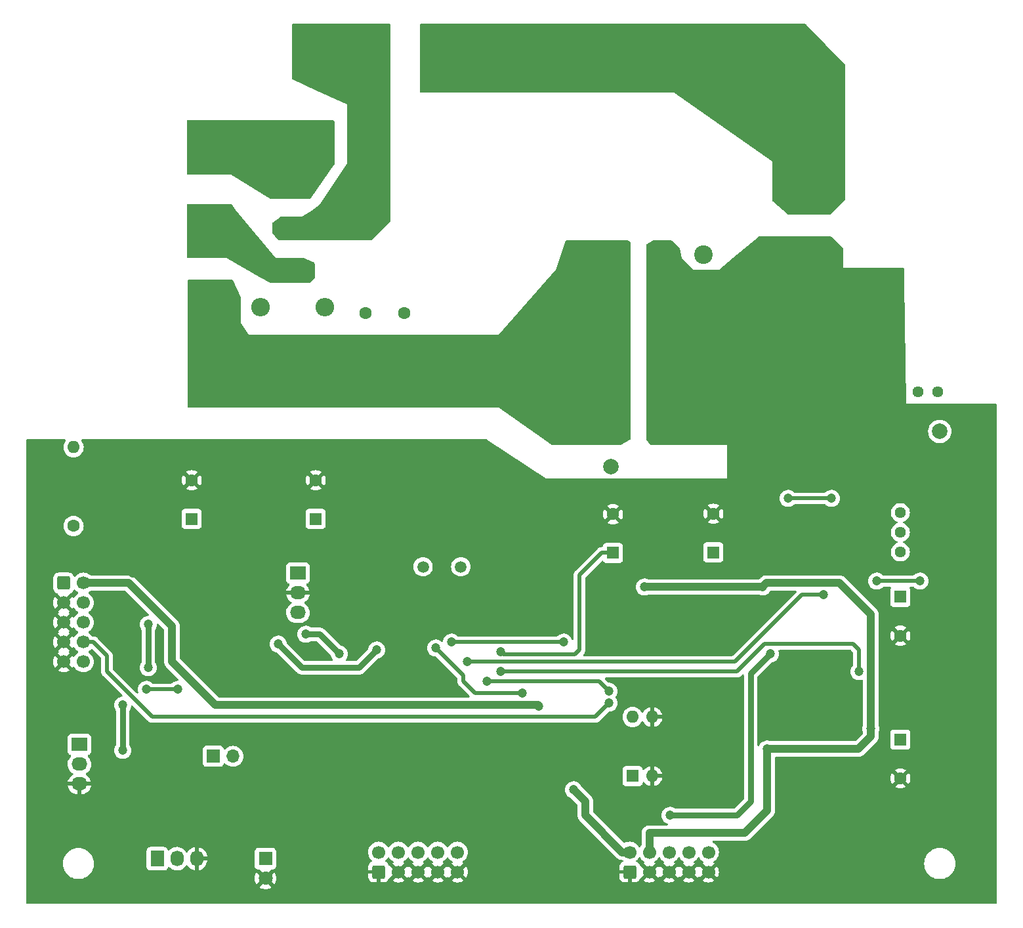
<source format=gtl>
G04 #@! TF.GenerationSoftware,KiCad,Pcbnew,7.0.2*
G04 #@! TF.CreationDate,2023-07-17T11:38:02+02:00*
G04 #@! TF.ProjectId,Module_2,4d6f6475-6c65-45f3-922e-6b696361645f,rev?*
G04 #@! TF.SameCoordinates,Original*
G04 #@! TF.FileFunction,Copper,L1,Top*
G04 #@! TF.FilePolarity,Positive*
%FSLAX46Y46*%
G04 Gerber Fmt 4.6, Leading zero omitted, Abs format (unit mm)*
G04 Created by KiCad (PCBNEW 7.0.2) date 2023-07-17 11:38:02*
%MOMM*%
%LPD*%
G01*
G04 APERTURE LIST*
G04 Aperture macros list*
%AMRoundRect*
0 Rectangle with rounded corners*
0 $1 Rounding radius*
0 $2 $3 $4 $5 $6 $7 $8 $9 X,Y pos of 4 corners*
0 Add a 4 corners polygon primitive as box body*
4,1,4,$2,$3,$4,$5,$6,$7,$8,$9,$2,$3,0*
0 Add four circle primitives for the rounded corners*
1,1,$1+$1,$2,$3*
1,1,$1+$1,$4,$5*
1,1,$1+$1,$6,$7*
1,1,$1+$1,$8,$9*
0 Add four rect primitives between the rounded corners*
20,1,$1+$1,$2,$3,$4,$5,0*
20,1,$1+$1,$4,$5,$6,$7,0*
20,1,$1+$1,$6,$7,$8,$9,0*
20,1,$1+$1,$8,$9,$2,$3,0*%
G04 Aperture macros list end*
G04 #@! TA.AperFunction,ComponentPad*
%ADD10RoundRect,0.250000X-0.600000X-0.600000X0.600000X-0.600000X0.600000X0.600000X-0.600000X0.600000X0*%
G04 #@! TD*
G04 #@! TA.AperFunction,ComponentPad*
%ADD11C,1.700000*%
G04 #@! TD*
G04 #@! TA.AperFunction,ComponentPad*
%ADD12R,1.600000X1.600000*%
G04 #@! TD*
G04 #@! TA.AperFunction,ComponentPad*
%ADD13C,1.600000*%
G04 #@! TD*
G04 #@! TA.AperFunction,ComponentPad*
%ADD14C,5.000000*%
G04 #@! TD*
G04 #@! TA.AperFunction,ComponentPad*
%ADD15C,2.400000*%
G04 #@! TD*
G04 #@! TA.AperFunction,ComponentPad*
%ADD16O,2.400000X2.400000*%
G04 #@! TD*
G04 #@! TA.AperFunction,ComponentPad*
%ADD17RoundRect,0.250000X0.600000X-0.600000X0.600000X0.600000X-0.600000X0.600000X-0.600000X-0.600000X0*%
G04 #@! TD*
G04 #@! TA.AperFunction,ComponentPad*
%ADD18R,1.800000X1.800000*%
G04 #@! TD*
G04 #@! TA.AperFunction,ComponentPad*
%ADD19C,1.800000*%
G04 #@! TD*
G04 #@! TA.AperFunction,ComponentPad*
%ADD20R,1.730000X2.030000*%
G04 #@! TD*
G04 #@! TA.AperFunction,ComponentPad*
%ADD21O,1.730000X2.030000*%
G04 #@! TD*
G04 #@! TA.AperFunction,ComponentPad*
%ADD22C,2.000000*%
G04 #@! TD*
G04 #@! TA.AperFunction,ComponentPad*
%ADD23C,1.500000*%
G04 #@! TD*
G04 #@! TA.AperFunction,ComponentPad*
%ADD24O,1.600000X1.600000*%
G04 #@! TD*
G04 #@! TA.AperFunction,ComponentPad*
%ADD25R,2.030000X1.730000*%
G04 #@! TD*
G04 #@! TA.AperFunction,ComponentPad*
%ADD26O,2.030000X1.730000*%
G04 #@! TD*
G04 #@! TA.AperFunction,ComponentPad*
%ADD27R,1.700000X1.700000*%
G04 #@! TD*
G04 #@! TA.AperFunction,ComponentPad*
%ADD28O,1.700000X1.700000*%
G04 #@! TD*
G04 #@! TA.AperFunction,ComponentPad*
%ADD29C,1.440000*%
G04 #@! TD*
G04 #@! TA.AperFunction,ComponentPad*
%ADD30R,4.500000X2.500000*%
G04 #@! TD*
G04 #@! TA.AperFunction,ComponentPad*
%ADD31O,4.500000X2.500000*%
G04 #@! TD*
G04 #@! TA.AperFunction,ViaPad*
%ADD32C,1.200000*%
G04 #@! TD*
G04 #@! TA.AperFunction,Conductor*
%ADD33C,1.000000*%
G04 #@! TD*
G04 #@! TA.AperFunction,Conductor*
%ADD34C,0.750000*%
G04 #@! TD*
G04 #@! TA.AperFunction,Conductor*
%ADD35C,0.500000*%
G04 #@! TD*
G04 APERTURE END LIST*
D10*
X45720000Y-102870000D03*
D11*
X48260000Y-102870000D03*
X45720000Y-105410000D03*
X48260000Y-105410000D03*
X45720000Y-107950000D03*
X48260000Y-107950000D03*
X45720000Y-110490000D03*
X48260000Y-110490000D03*
X45720000Y-113030000D03*
X48260000Y-113030000D03*
D12*
X62230000Y-94604651D03*
D13*
X62230000Y-89604651D03*
D12*
X116586000Y-98980000D03*
D13*
X116586000Y-93980000D03*
D14*
X130175000Y-71755000D03*
D15*
X71120000Y-46990000D03*
D16*
X71120000Y-67310000D03*
D12*
X78232000Y-94604651D03*
D13*
X78232000Y-89604651D03*
D17*
X118745000Y-140135000D03*
D11*
X118745000Y-137595000D03*
X121285000Y-140135000D03*
X121285000Y-137595000D03*
X123825000Y-140135000D03*
X123825000Y-137595000D03*
X126365000Y-140135000D03*
X126365000Y-137595000D03*
X128905000Y-140135000D03*
X128905000Y-137595000D03*
D17*
X86360000Y-140135000D03*
D11*
X86360000Y-137595000D03*
X88900000Y-140135000D03*
X88900000Y-137595000D03*
X91440000Y-140135000D03*
X91440000Y-137595000D03*
X93980000Y-140135000D03*
X93980000Y-137595000D03*
X96520000Y-140135000D03*
X96520000Y-137595000D03*
D12*
X153670000Y-104655000D03*
D13*
X153670000Y-109655000D03*
D14*
X142049500Y-62030000D03*
X142049500Y-51870000D03*
D18*
X71755000Y-138430000D03*
D19*
X71755000Y-140970000D03*
D20*
X57785000Y-138430000D03*
D21*
X60325000Y-138430000D03*
X62865000Y-138430000D03*
D22*
X158750000Y-83312000D03*
D14*
X65024000Y-47080500D03*
X65024000Y-57240500D03*
X65024000Y-67400500D03*
D23*
X92075000Y-100765000D03*
X96955000Y-100765000D03*
D15*
X79375000Y-46990000D03*
D16*
X79375000Y-67310000D03*
D12*
X119126000Y-127762000D03*
D24*
X121666000Y-127762000D03*
X121666000Y-120142000D03*
X119126000Y-120142000D03*
D15*
X111760000Y-33040000D03*
X111760000Y-60540000D03*
D22*
X116332000Y-87884000D03*
D13*
X46990000Y-95504000D03*
D24*
X46990000Y-85344000D03*
D13*
X84622000Y-68072000D03*
X89622000Y-68072000D03*
D14*
X78740000Y-35360000D03*
D15*
X128270000Y-33040000D03*
X128270000Y-60540000D03*
D25*
X47752000Y-123698000D03*
D26*
X47752000Y-126238000D03*
X47752000Y-128778000D03*
D27*
X65019000Y-125222000D03*
D28*
X67559000Y-125222000D03*
D25*
X75946000Y-101600000D03*
D26*
X75946000Y-104140000D03*
X75946000Y-106680000D03*
D22*
X146812000Y-83312000D03*
D14*
X109855000Y-71755000D03*
X96520000Y-35360000D03*
D29*
X158496000Y-78232000D03*
X155956000Y-78232000D03*
X153416000Y-78232000D03*
D12*
X129540000Y-98922651D03*
D13*
X129540000Y-93922651D03*
D12*
X153670000Y-123070000D03*
D13*
X153670000Y-128070000D03*
D29*
X153670000Y-93780000D03*
X153670000Y-96320000D03*
X153670000Y-98860000D03*
D30*
X75105000Y-51700000D03*
D31*
X75105000Y-57150000D03*
X75105000Y-62600000D03*
D32*
X149860000Y-121666000D03*
X120650000Y-103378000D03*
X135890000Y-103378000D03*
X53340000Y-118618000D03*
X136487884Y-124279541D03*
X56642000Y-108204000D03*
X56642000Y-113792000D03*
X53340000Y-124460000D03*
X104902000Y-117094000D03*
X93726000Y-111252000D03*
X110236000Y-110490000D03*
X95758000Y-110490000D03*
X102108000Y-111760000D03*
X150622000Y-102616000D03*
X156210000Y-102616000D03*
X148336000Y-114300000D03*
X102108000Y-114300000D03*
X116078000Y-116840000D03*
X100330000Y-115570000D03*
X114300000Y-81280000D03*
X114300000Y-76200000D03*
X114300000Y-66040000D03*
X114300000Y-60960000D03*
X114300000Y-63500000D03*
X114300000Y-71120000D03*
X114300000Y-68580000D03*
X114300000Y-78740000D03*
X114300000Y-73660000D03*
X114300000Y-83820000D03*
X123952000Y-132842000D03*
X136906000Y-112014000D03*
X76962000Y-109474000D03*
X81280000Y-112014000D03*
X111506000Y-129540000D03*
X107053026Y-118737026D03*
X116078000Y-118364000D03*
X73406000Y-110744000D03*
X86106000Y-111506000D03*
X144780000Y-91948000D03*
X139192000Y-91948000D03*
X97790000Y-113030000D03*
X143764000Y-104394000D03*
X56388000Y-116586000D03*
X60452000Y-116586000D03*
X92710000Y-86360000D03*
X165100000Y-116840000D03*
X86360000Y-96520000D03*
X147066115Y-91831065D03*
X134620000Y-91440000D03*
X110490000Y-127000000D03*
X96687739Y-108639362D03*
X60960000Y-106680000D03*
X109220000Y-143510000D03*
X161290000Y-95250000D03*
X125730000Y-68580000D03*
X165100000Y-85090000D03*
X165100000Y-97790000D03*
X165100000Y-142240000D03*
X43180000Y-86360000D03*
X136064191Y-116518374D03*
X125730000Y-66040000D03*
X110856038Y-105426502D03*
X161290000Y-107950000D03*
X102870000Y-88900000D03*
X71120000Y-106680000D03*
X115570000Y-132080000D03*
X83820000Y-143510000D03*
X165100000Y-135890000D03*
X57150000Y-97790000D03*
X161290000Y-101600000D03*
X52070000Y-92710000D03*
X63500000Y-121920000D03*
X143510000Y-83820000D03*
X93609411Y-113131899D03*
X152400000Y-86360000D03*
X153670000Y-143510000D03*
X115570000Y-143510000D03*
X161290000Y-133350000D03*
X73345889Y-116397840D03*
X54610000Y-86360000D03*
X165100000Y-104140000D03*
X66040000Y-106680000D03*
X125730000Y-71120000D03*
X114300000Y-91440000D03*
X52070000Y-134620000D03*
X125730000Y-78740000D03*
X60960000Y-86360000D03*
X143510000Y-138430000D03*
X110490000Y-121920000D03*
X161290000Y-120650000D03*
X80010000Y-86360000D03*
X125730000Y-83820000D03*
X151043481Y-93311690D03*
X103225207Y-97296458D03*
X160020000Y-143510000D03*
X43180000Y-91440000D03*
X125730000Y-106680000D03*
X68580000Y-121920000D03*
X74930000Y-134620000D03*
X71120000Y-143510000D03*
X99060000Y-86360000D03*
X105410000Y-121920000D03*
X115570000Y-127000000D03*
X94923247Y-99704949D03*
X43180000Y-134620000D03*
X90170000Y-143510000D03*
X127000000Y-91440000D03*
X110715429Y-100315772D03*
X54610000Y-95250000D03*
X134620000Y-143510000D03*
X81280000Y-101600000D03*
X106680000Y-139700000D03*
X125730000Y-81280000D03*
X127000000Y-129540000D03*
X66040000Y-101600000D03*
X71120000Y-101600000D03*
X140970000Y-143510000D03*
X60960000Y-101600000D03*
X80010000Y-132080000D03*
X125730000Y-110490000D03*
X43180000Y-109220000D03*
X125730000Y-63500000D03*
X73660000Y-86360000D03*
X52070000Y-105410000D03*
X125730000Y-76200000D03*
X110914102Y-108542589D03*
X161290000Y-127000000D03*
X43180000Y-102870000D03*
X43180000Y-115570000D03*
X73660000Y-121920000D03*
X58420000Y-143510000D03*
X107950000Y-91440000D03*
X81280000Y-96520000D03*
X105410000Y-127000000D03*
X124125845Y-127514594D03*
X100330000Y-139700000D03*
X96520000Y-143510000D03*
X43180000Y-128270000D03*
X161290000Y-114300000D03*
X110490000Y-132080000D03*
X125345183Y-120227596D03*
X45720000Y-143510000D03*
X165100000Y-91440000D03*
X80010000Y-125730000D03*
X66725877Y-136379912D03*
X127710992Y-122254154D03*
X67310000Y-86360000D03*
X165100000Y-129540000D03*
X43180000Y-140970000D03*
X102870000Y-143510000D03*
X74930000Y-129540000D03*
X113030000Y-138430000D03*
X137160000Y-138430000D03*
X128270000Y-143510000D03*
X86360000Y-86360000D03*
X52070000Y-143510000D03*
X139700000Y-83820000D03*
X86360000Y-101600000D03*
X121629104Y-124872695D03*
X50800000Y-96520000D03*
X165100000Y-123190000D03*
X103426529Y-109008050D03*
X43180000Y-96520000D03*
X105780012Y-99822230D03*
X105410000Y-132080000D03*
X146507684Y-114938701D03*
X121920000Y-110490000D03*
X129540000Y-106680000D03*
X77470000Y-143510000D03*
X102731666Y-100954473D03*
X138378761Y-116506421D03*
X66356467Y-116332518D03*
X147320000Y-143510000D03*
X43180000Y-121920000D03*
X121920000Y-143510000D03*
X54610000Y-101600000D03*
X64770000Y-143510000D03*
X161290000Y-87630000D03*
X149860000Y-138430000D03*
X50800000Y-100330000D03*
X81280000Y-139700000D03*
X121920000Y-106680000D03*
X125730000Y-73660000D03*
X165100000Y-110490000D03*
D33*
X133604000Y-135128000D02*
X121285000Y-135128000D01*
X136487884Y-132244116D02*
X133604000Y-135128000D01*
X136487884Y-124279541D02*
X148262459Y-124279541D01*
X149860000Y-106934000D02*
X149860000Y-121666000D01*
X148262459Y-124279541D02*
X149860000Y-122682000D01*
X136487884Y-124279541D02*
X136487884Y-132244116D01*
D34*
X56642000Y-113792000D02*
X56642000Y-108204000D01*
D33*
X135890000Y-103378000D02*
X136398000Y-102870000D01*
X136398000Y-102870000D02*
X145796000Y-102870000D01*
X135890000Y-103378000D02*
X120650000Y-103378000D01*
X121285000Y-135128000D02*
X121285000Y-137595000D01*
D34*
X53340000Y-124460000D02*
X53340000Y-118618000D01*
D33*
X145796000Y-102870000D02*
X149860000Y-106934000D01*
X149860000Y-122682000D02*
X149860000Y-121666000D01*
D35*
X97282000Y-115570000D02*
X97282000Y-114808000D01*
X98806000Y-117094000D02*
X97282000Y-115570000D01*
X97282000Y-114808000D02*
X93726000Y-111252000D01*
X104902000Y-117094000D02*
X98806000Y-117094000D01*
X95758000Y-110490000D02*
X110236000Y-110490000D01*
X112268000Y-111506000D02*
X112268000Y-101854000D01*
X103886000Y-112104500D02*
X111669500Y-112104500D01*
X102452500Y-112104500D02*
X102108000Y-111760000D01*
X103886000Y-112104500D02*
X102452500Y-112104500D01*
X115142000Y-98980000D02*
X116586000Y-98980000D01*
X111669500Y-112104500D02*
X112268000Y-111506000D01*
X112268000Y-101854000D02*
X115142000Y-98980000D01*
X150622000Y-102616000D02*
X156210000Y-102616000D01*
X132588000Y-114300000D02*
X102108000Y-114300000D01*
X148336000Y-114300000D02*
X148336000Y-111506000D01*
X148336000Y-111506000D02*
X147574000Y-110744000D01*
X147574000Y-110744000D02*
X136144000Y-110744000D01*
X136144000Y-110744000D02*
X132588000Y-114300000D01*
X114808000Y-115570000D02*
X100330000Y-115570000D01*
X116078000Y-116840000D02*
X114808000Y-115570000D01*
D34*
X123952000Y-132842000D02*
X132588000Y-132842000D01*
X132588000Y-132842000D02*
X134366000Y-131064000D01*
X134366000Y-131064000D02*
X134366000Y-114554000D01*
X134366000Y-114554000D02*
X136906000Y-112014000D01*
X81280000Y-112014000D02*
X78740000Y-109474000D01*
X78740000Y-109474000D02*
X76962000Y-109474000D01*
D33*
X106934000Y-118618000D02*
X65278000Y-118618000D01*
X59690000Y-108458000D02*
X54102000Y-102870000D01*
X59690000Y-113030000D02*
X59690000Y-108458000D01*
X117783000Y-137595000D02*
X118745000Y-137595000D01*
X113030000Y-132842000D02*
X117783000Y-137595000D01*
X65278000Y-118618000D02*
X59690000Y-113030000D01*
X113030000Y-131064000D02*
X113030000Y-132842000D01*
X111506000Y-129540000D02*
X113030000Y-131064000D01*
X54102000Y-102870000D02*
X48260000Y-102870000D01*
X107053026Y-118737026D02*
X106934000Y-118618000D01*
D35*
X116078000Y-118364000D02*
X114300000Y-120142000D01*
X114300000Y-120142000D02*
X57150000Y-120142000D01*
X49530000Y-110490000D02*
X48260000Y-110490000D01*
X51308000Y-114300000D02*
X51308000Y-112268000D01*
X51308000Y-112268000D02*
X49530000Y-110490000D01*
X57150000Y-120142000D02*
X51308000Y-114300000D01*
D34*
X76454000Y-113792000D02*
X83820000Y-113792000D01*
X83820000Y-113792000D02*
X86106000Y-111506000D01*
X73406000Y-110744000D02*
X76454000Y-113792000D01*
D35*
X139192000Y-91948000D02*
X144780000Y-91948000D01*
X132334000Y-113030000D02*
X97790000Y-113030000D01*
X143764000Y-104394000D02*
X140970000Y-104394000D01*
X140970000Y-104394000D02*
X132334000Y-113030000D01*
X60452000Y-116586000D02*
X56388000Y-116586000D01*
G04 #@! TA.AperFunction,Conductor*
G36*
X87827039Y-30753685D02*
G01*
X87872794Y-30806489D01*
X87884000Y-30858000D01*
X87884000Y-56082638D01*
X87864315Y-56149677D01*
X87847681Y-56170319D01*
X85380319Y-58637681D01*
X85318996Y-58671166D01*
X85292638Y-58674000D01*
X73468000Y-58674000D01*
X73400961Y-58654315D01*
X73368800Y-58624400D01*
X72668800Y-57691066D01*
X72644324Y-57625624D01*
X72644000Y-57616666D01*
X72644000Y-56450000D01*
X72663685Y-56382961D01*
X72693600Y-56350800D01*
X73626933Y-55650800D01*
X73692375Y-55626324D01*
X73701333Y-55626000D01*
X76454000Y-55626000D01*
X77724000Y-54864000D01*
X78740000Y-54102000D01*
X82296000Y-48768000D01*
X82296000Y-41148000D01*
X78316745Y-39300489D01*
X75255782Y-37879327D01*
X75203266Y-37833242D01*
X75184000Y-37766858D01*
X75184000Y-30858000D01*
X75203685Y-30790961D01*
X75256489Y-30745206D01*
X75308000Y-30734000D01*
X87760000Y-30734000D01*
X87827039Y-30753685D01*
G37*
G04 #@! TD.AperFunction*
G04 #@! TA.AperFunction,Conductor*
G36*
X118633677Y-58693685D02*
G01*
X118654319Y-58710319D01*
X118835681Y-58891681D01*
X118869166Y-58953004D01*
X118872000Y-58979362D01*
X118872000Y-84257792D01*
X118852315Y-84324831D01*
X118811797Y-84364121D01*
X117631450Y-85072329D01*
X117567655Y-85090000D01*
X108751257Y-85090000D01*
X108684218Y-85070315D01*
X108679896Y-85067408D01*
X106657407Y-83644175D01*
X101854000Y-80264000D01*
X101853999Y-80264000D01*
X61846000Y-80264000D01*
X61778961Y-80244315D01*
X61733206Y-80191511D01*
X61722000Y-80140000D01*
X61722000Y-63878000D01*
X61741685Y-63810961D01*
X61794489Y-63765206D01*
X61846000Y-63754000D01*
X67483415Y-63754000D01*
X67550454Y-63773685D01*
X67596209Y-63826489D01*
X67596728Y-63827639D01*
X68569313Y-66015954D01*
X68580000Y-66066315D01*
X68580000Y-69342000D01*
X69596000Y-70866000D01*
X101854000Y-70866000D01*
X101854001Y-70866000D01*
X101854001Y-70865999D01*
X109219999Y-62484001D01*
X109219998Y-62484001D01*
X109220000Y-62484000D01*
X110461737Y-58758787D01*
X110501611Y-58701413D01*
X110566175Y-58674705D01*
X110579374Y-58674000D01*
X118566638Y-58674000D01*
X118633677Y-58693685D01*
G37*
G04 #@! TD.AperFunction*
G04 #@! TA.AperFunction,Conductor*
G36*
X144795677Y-58185685D02*
G01*
X144816319Y-58202319D01*
X146267681Y-59653681D01*
X146301166Y-59715004D01*
X146304000Y-59741362D01*
X146304000Y-62230000D01*
X154055734Y-62230000D01*
X154122773Y-62249685D01*
X154168528Y-62302489D01*
X154179721Y-62352253D01*
X154203348Y-64029723D01*
X154424844Y-79755999D01*
X154424845Y-79755999D01*
X154424845Y-79756000D01*
X131318000Y-79756000D01*
X131318000Y-85090000D01*
X121478363Y-85090000D01*
X121411324Y-85070315D01*
X121375189Y-85034783D01*
X120924826Y-84359239D01*
X120904018Y-84292540D01*
X120904000Y-84290456D01*
X120904000Y-59248362D01*
X120923685Y-59181323D01*
X120959215Y-59145189D01*
X121634760Y-58694826D01*
X121701460Y-58674018D01*
X121703544Y-58674000D01*
X124154638Y-58674000D01*
X124221677Y-58693685D01*
X124242319Y-58710319D01*
X125195452Y-59663452D01*
X125228937Y-59724775D01*
X125229363Y-59726814D01*
X125476000Y-60960000D01*
X127000000Y-62484000D01*
X130301998Y-62484000D01*
X130302000Y-62484000D01*
X132080000Y-60960000D01*
X135347325Y-58195339D01*
X135411217Y-58167063D01*
X135427422Y-58166000D01*
X144728638Y-58166000D01*
X144795677Y-58185685D01*
G37*
G04 #@! TD.AperFunction*
G04 #@! TA.AperFunction,Conductor*
G36*
X67318278Y-53994685D02*
G01*
X67347210Y-54020479D01*
X67914988Y-54714430D01*
X73025000Y-60960000D01*
X76805728Y-60960000D01*
X76861182Y-60973091D01*
X78036454Y-61560727D01*
X78087613Y-61608314D01*
X78105000Y-61671636D01*
X78105000Y-63448637D01*
X78085315Y-63515676D01*
X78068681Y-63536318D01*
X77506319Y-64098681D01*
X77444996Y-64132166D01*
X77418638Y-64135000D01*
X72422133Y-64135000D01*
X72361913Y-64119396D01*
X71154547Y-63448637D01*
X66675000Y-60960000D01*
X66674999Y-60960000D01*
X61719000Y-60960000D01*
X61651961Y-60940315D01*
X61606206Y-60887511D01*
X61595000Y-60836000D01*
X61595000Y-54099000D01*
X61614685Y-54031961D01*
X61667489Y-53986206D01*
X61719000Y-53975000D01*
X67251239Y-53975000D01*
X67318278Y-53994685D01*
G37*
G04 #@! TD.AperFunction*
G04 #@! TA.AperFunction,Conductor*
G36*
X80588039Y-43199685D02*
G01*
X80633794Y-43252489D01*
X80645000Y-43304000D01*
X80645000Y-48855261D01*
X80625315Y-48922300D01*
X80621903Y-48927335D01*
X77507090Y-53288074D01*
X77452106Y-53331184D01*
X77406187Y-53340000D01*
X72425563Y-53340000D01*
X72359843Y-53321152D01*
X67310000Y-50165000D01*
X61719000Y-50165000D01*
X61651961Y-50145315D01*
X61606206Y-50092511D01*
X61595000Y-50041000D01*
X61595000Y-43304000D01*
X61614685Y-43236961D01*
X61667489Y-43191206D01*
X61719000Y-43180000D01*
X80521000Y-43180000D01*
X80588039Y-43199685D01*
G37*
G04 #@! TD.AperFunction*
G04 #@! TA.AperFunction,Conductor*
G36*
X90254855Y-138261545D02*
G01*
X90271571Y-138280837D01*
X90401505Y-138466401D01*
X90568599Y-138633495D01*
X90754596Y-138763732D01*
X90798219Y-138818307D01*
X90805412Y-138887806D01*
X90773890Y-138950160D01*
X90754594Y-138966881D01*
X90678626Y-139020073D01*
X91307466Y-139648913D01*
X91297685Y-139650320D01*
X91166900Y-139710048D01*
X91058239Y-139804202D01*
X90980507Y-139925156D01*
X90956923Y-140005476D01*
X90325072Y-139373625D01*
X90325072Y-139373626D01*
X90271574Y-139450030D01*
X90216998Y-139493655D01*
X90147499Y-139500849D01*
X90085144Y-139469326D01*
X90068424Y-139450030D01*
X90014925Y-139373626D01*
X90014925Y-139373625D01*
X89383076Y-140005475D01*
X89359493Y-139925156D01*
X89281761Y-139804202D01*
X89173100Y-139710048D01*
X89042315Y-139650320D01*
X89032531Y-139648913D01*
X89661373Y-139020073D01*
X89661373Y-139020072D01*
X89585405Y-138966880D01*
X89541780Y-138912304D01*
X89534586Y-138842805D01*
X89566108Y-138780451D01*
X89585399Y-138763734D01*
X89771401Y-138633495D01*
X89938495Y-138466401D01*
X90068426Y-138280839D01*
X90123002Y-138237216D01*
X90192500Y-138230022D01*
X90254855Y-138261545D01*
G37*
G04 #@! TD.AperFunction*
G04 #@! TA.AperFunction,Conductor*
G36*
X92794854Y-138261545D02*
G01*
X92811572Y-138280838D01*
X92941505Y-138466401D01*
X93108599Y-138633495D01*
X93294596Y-138763732D01*
X93338219Y-138818307D01*
X93345412Y-138887806D01*
X93313890Y-138950160D01*
X93294594Y-138966881D01*
X93218626Y-139020073D01*
X93847466Y-139648913D01*
X93837685Y-139650320D01*
X93706900Y-139710048D01*
X93598239Y-139804202D01*
X93520507Y-139925156D01*
X93496923Y-140005476D01*
X92865072Y-139373625D01*
X92865072Y-139373626D01*
X92811574Y-139450030D01*
X92756998Y-139493655D01*
X92687499Y-139500849D01*
X92625144Y-139469326D01*
X92608424Y-139450030D01*
X92554925Y-139373626D01*
X92554925Y-139373625D01*
X91923076Y-140005475D01*
X91899493Y-139925156D01*
X91821761Y-139804202D01*
X91713100Y-139710048D01*
X91582315Y-139650320D01*
X91572533Y-139648913D01*
X92201373Y-139020073D01*
X92201373Y-139020072D01*
X92125405Y-138966880D01*
X92081780Y-138912304D01*
X92074586Y-138842805D01*
X92106108Y-138780451D01*
X92125399Y-138763734D01*
X92311401Y-138633495D01*
X92478495Y-138466401D01*
X92608427Y-138280838D01*
X92663001Y-138237216D01*
X92732499Y-138230022D01*
X92794854Y-138261545D01*
G37*
G04 #@! TD.AperFunction*
G04 #@! TA.AperFunction,Conductor*
G36*
X95334855Y-138261545D02*
G01*
X95351571Y-138280837D01*
X95481505Y-138466401D01*
X95648599Y-138633495D01*
X95834596Y-138763732D01*
X95878219Y-138818307D01*
X95885412Y-138887806D01*
X95853890Y-138950160D01*
X95834594Y-138966881D01*
X95758626Y-139020073D01*
X96387466Y-139648913D01*
X96377685Y-139650320D01*
X96246900Y-139710048D01*
X96138239Y-139804202D01*
X96060507Y-139925156D01*
X96036923Y-140005476D01*
X95405072Y-139373625D01*
X95405072Y-139373626D01*
X95351574Y-139450030D01*
X95296998Y-139493655D01*
X95227499Y-139500849D01*
X95165144Y-139469326D01*
X95148424Y-139450030D01*
X95094925Y-139373626D01*
X95094925Y-139373625D01*
X94463076Y-140005474D01*
X94439493Y-139925156D01*
X94361761Y-139804202D01*
X94253100Y-139710048D01*
X94122315Y-139650320D01*
X94112533Y-139648913D01*
X94741373Y-139020073D01*
X94741373Y-139020072D01*
X94665405Y-138966880D01*
X94621780Y-138912304D01*
X94614586Y-138842805D01*
X94646108Y-138780451D01*
X94665399Y-138763734D01*
X94851401Y-138633495D01*
X95018495Y-138466401D01*
X95148426Y-138280839D01*
X95203002Y-138237216D01*
X95272500Y-138230022D01*
X95334855Y-138261545D01*
G37*
G04 #@! TD.AperFunction*
G04 #@! TA.AperFunction,Conductor*
G36*
X87714855Y-138261546D02*
G01*
X87731571Y-138280837D01*
X87861505Y-138466401D01*
X88028599Y-138633495D01*
X88214596Y-138763732D01*
X88258219Y-138818307D01*
X88265412Y-138887806D01*
X88233890Y-138950160D01*
X88214594Y-138966881D01*
X88138626Y-139020073D01*
X88767466Y-139648913D01*
X88757685Y-139650320D01*
X88626900Y-139710048D01*
X88518239Y-139804202D01*
X88440507Y-139925156D01*
X88416923Y-140005475D01*
X87780841Y-139369393D01*
X87728294Y-139358833D01*
X87678111Y-139310218D01*
X87668281Y-139288075D01*
X87644357Y-139215878D01*
X87552316Y-139066654D01*
X87428345Y-138942683D01*
X87279123Y-138850643D01*
X87270598Y-138847818D01*
X87213154Y-138808045D01*
X87186331Y-138743529D01*
X87198646Y-138674753D01*
X87225810Y-138643246D01*
X87223730Y-138641166D01*
X87310358Y-138554538D01*
X87398495Y-138466401D01*
X87528426Y-138280839D01*
X87583002Y-138237217D01*
X87652501Y-138230024D01*
X87714855Y-138261546D01*
G37*
G04 #@! TD.AperFunction*
G04 #@! TA.AperFunction,Conductor*
G36*
X120099855Y-138261545D02*
G01*
X120116571Y-138280837D01*
X120246505Y-138466401D01*
X120413599Y-138633495D01*
X120599596Y-138763732D01*
X120643219Y-138818307D01*
X120650412Y-138887806D01*
X120618890Y-138950160D01*
X120599594Y-138966881D01*
X120523625Y-139020073D01*
X121152465Y-139648913D01*
X121142685Y-139650320D01*
X121011900Y-139710048D01*
X120903239Y-139804202D01*
X120825507Y-139925156D01*
X120801923Y-140005476D01*
X120165840Y-139369393D01*
X120113294Y-139358833D01*
X120063111Y-139310218D01*
X120053281Y-139288075D01*
X120029357Y-139215878D01*
X119937316Y-139066654D01*
X119813345Y-138942683D01*
X119664123Y-138850643D01*
X119655598Y-138847818D01*
X119598154Y-138808045D01*
X119571331Y-138743529D01*
X119583646Y-138674753D01*
X119610810Y-138643246D01*
X119608730Y-138641166D01*
X119695358Y-138554538D01*
X119783495Y-138466401D01*
X119913426Y-138280839D01*
X119968002Y-138237216D01*
X120037500Y-138230022D01*
X120099855Y-138261545D01*
G37*
G04 #@! TD.AperFunction*
G04 #@! TA.AperFunction,Conductor*
G36*
X122639855Y-138261545D02*
G01*
X122656571Y-138280837D01*
X122786505Y-138466401D01*
X122953599Y-138633495D01*
X123139596Y-138763732D01*
X123183219Y-138818307D01*
X123190412Y-138887806D01*
X123158890Y-138950160D01*
X123139594Y-138966881D01*
X123063626Y-139020073D01*
X123692466Y-139648913D01*
X123682685Y-139650320D01*
X123551900Y-139710048D01*
X123443239Y-139804202D01*
X123365507Y-139925156D01*
X123341923Y-140005476D01*
X122710072Y-139373625D01*
X122710072Y-139373626D01*
X122656574Y-139450030D01*
X122601998Y-139493655D01*
X122532499Y-139500849D01*
X122470144Y-139469326D01*
X122453424Y-139450030D01*
X122399925Y-139373626D01*
X122399925Y-139373625D01*
X121768076Y-140005475D01*
X121744493Y-139925156D01*
X121666761Y-139804202D01*
X121558100Y-139710048D01*
X121427315Y-139650320D01*
X121417532Y-139648913D01*
X122046373Y-139020073D01*
X122046373Y-139020072D01*
X121970405Y-138966880D01*
X121926780Y-138912304D01*
X121919586Y-138842805D01*
X121951108Y-138780451D01*
X121970399Y-138763734D01*
X122156401Y-138633495D01*
X122323495Y-138466401D01*
X122453426Y-138280839D01*
X122508002Y-138237216D01*
X122577500Y-138230022D01*
X122639855Y-138261545D01*
G37*
G04 #@! TD.AperFunction*
G04 #@! TA.AperFunction,Conductor*
G36*
X125179855Y-138261545D02*
G01*
X125196571Y-138280837D01*
X125326505Y-138466401D01*
X125493599Y-138633495D01*
X125679596Y-138763732D01*
X125723219Y-138818307D01*
X125730412Y-138887806D01*
X125698890Y-138950160D01*
X125679594Y-138966881D01*
X125603626Y-139020073D01*
X126232466Y-139648913D01*
X126222685Y-139650320D01*
X126091900Y-139710048D01*
X125983239Y-139804202D01*
X125905507Y-139925156D01*
X125881923Y-140005475D01*
X125250073Y-139373625D01*
X125250072Y-139373626D01*
X125196574Y-139450030D01*
X125141998Y-139493655D01*
X125072499Y-139500849D01*
X125010144Y-139469326D01*
X124993424Y-139450030D01*
X124939925Y-139373626D01*
X124939925Y-139373625D01*
X124308076Y-140005474D01*
X124284493Y-139925156D01*
X124206761Y-139804202D01*
X124098100Y-139710048D01*
X123967315Y-139650320D01*
X123957533Y-139648913D01*
X124586373Y-139020073D01*
X124586373Y-139020072D01*
X124510405Y-138966880D01*
X124466780Y-138912304D01*
X124459586Y-138842805D01*
X124491108Y-138780451D01*
X124510399Y-138763734D01*
X124696401Y-138633495D01*
X124863495Y-138466401D01*
X124993426Y-138280839D01*
X125048002Y-138237216D01*
X125117500Y-138230022D01*
X125179855Y-138261545D01*
G37*
G04 #@! TD.AperFunction*
G04 #@! TA.AperFunction,Conductor*
G36*
X127719855Y-138261546D02*
G01*
X127736571Y-138280837D01*
X127866505Y-138466401D01*
X128033599Y-138633495D01*
X128219596Y-138763732D01*
X128263219Y-138818307D01*
X128270412Y-138887806D01*
X128238890Y-138950160D01*
X128219594Y-138966881D01*
X128143626Y-139020073D01*
X128772466Y-139648913D01*
X128762685Y-139650320D01*
X128631900Y-139710048D01*
X128523239Y-139804202D01*
X128445507Y-139925156D01*
X128421923Y-140005476D01*
X127790072Y-139373625D01*
X127790072Y-139373626D01*
X127736574Y-139450030D01*
X127681998Y-139493655D01*
X127612499Y-139500849D01*
X127550144Y-139469326D01*
X127533424Y-139450030D01*
X127479925Y-139373626D01*
X127479925Y-139373625D01*
X126848076Y-140005473D01*
X126824493Y-139925156D01*
X126746761Y-139804202D01*
X126638100Y-139710048D01*
X126507315Y-139650320D01*
X126497533Y-139648913D01*
X127126373Y-139020073D01*
X127126373Y-139020072D01*
X127050405Y-138966880D01*
X127006780Y-138912304D01*
X126999586Y-138842805D01*
X127031108Y-138780451D01*
X127050399Y-138763734D01*
X127236401Y-138633495D01*
X127403495Y-138466401D01*
X127533426Y-138280839D01*
X127588002Y-138237217D01*
X127657501Y-138230024D01*
X127719855Y-138261546D01*
G37*
G04 #@! TD.AperFunction*
G04 #@! TA.AperFunction,Conductor*
G36*
X147278809Y-111514185D02*
G01*
X147299451Y-111530819D01*
X147549181Y-111780549D01*
X147582666Y-111841872D01*
X147585500Y-111868230D01*
X147585500Y-113440261D01*
X147565815Y-113507300D01*
X147545040Y-113531897D01*
X147519235Y-113555421D01*
X147396324Y-113718181D01*
X147305418Y-113900748D01*
X147249602Y-114096916D01*
X147230785Y-114299999D01*
X147249602Y-114503083D01*
X147305418Y-114699251D01*
X147396324Y-114881818D01*
X147519236Y-115044580D01*
X147669958Y-115181981D01*
X147843361Y-115289347D01*
X147843363Y-115289348D01*
X148033544Y-115363024D01*
X148234024Y-115400500D01*
X148234026Y-115400500D01*
X148437974Y-115400500D01*
X148437976Y-115400500D01*
X148638456Y-115363024D01*
X148690707Y-115342781D01*
X148760329Y-115336919D01*
X148822069Y-115369629D01*
X148856324Y-115430525D01*
X148859500Y-115458408D01*
X148859500Y-121177171D01*
X148846501Y-121232441D01*
X148829417Y-121266749D01*
X148773602Y-121462916D01*
X148754785Y-121666000D01*
X148773602Y-121869083D01*
X148829417Y-122065250D01*
X148846499Y-122099553D01*
X148859500Y-122154826D01*
X148859500Y-122216217D01*
X148839815Y-122283256D01*
X148823181Y-122303898D01*
X147884358Y-123242722D01*
X147823035Y-123276207D01*
X147796677Y-123279041D01*
X136974914Y-123279041D01*
X136930121Y-123270668D01*
X136790341Y-123216517D01*
X136723513Y-123204025D01*
X136589860Y-123179041D01*
X136385908Y-123179041D01*
X136300454Y-123195015D01*
X136185426Y-123216517D01*
X135995245Y-123290193D01*
X135821842Y-123397559D01*
X135671120Y-123534960D01*
X135548208Y-123697722D01*
X135476500Y-123841734D01*
X135428997Y-123892972D01*
X135361335Y-123910393D01*
X135294994Y-123888468D01*
X135251039Y-123834156D01*
X135241500Y-123786463D01*
X135241500Y-114968004D01*
X135261185Y-114900965D01*
X135277814Y-114880328D01*
X137024692Y-113133449D01*
X137086013Y-113099966D01*
X137089556Y-113099249D01*
X137208456Y-113077024D01*
X137398637Y-113003348D01*
X137572041Y-112895981D01*
X137722764Y-112758579D01*
X137845673Y-112595821D01*
X137845673Y-112595819D01*
X137845675Y-112595818D01*
X137895703Y-112495347D01*
X137936582Y-112413250D01*
X137992397Y-112217083D01*
X138011215Y-112014000D01*
X137992397Y-111810917D01*
X137976114Y-111753688D01*
X137947305Y-111652434D01*
X137947891Y-111582567D01*
X137986158Y-111524108D01*
X138049955Y-111495618D01*
X138066571Y-111494500D01*
X147211770Y-111494500D01*
X147278809Y-111514185D01*
G37*
G04 #@! TD.AperFunction*
G04 #@! TA.AperFunction,Conductor*
G36*
X47180599Y-103709155D02*
G01*
X47211654Y-103735909D01*
X47213834Y-103733730D01*
X47221505Y-103741401D01*
X47388599Y-103908495D01*
X47574160Y-104038426D01*
X47617783Y-104093002D01*
X47624976Y-104162501D01*
X47593454Y-104224855D01*
X47574158Y-104241575D01*
X47394538Y-104367347D01*
X47388595Y-104371508D01*
X47221508Y-104538595D01*
X47221505Y-104538598D01*
X47221505Y-104538599D01*
X47142949Y-104650790D01*
X47091270Y-104724595D01*
X47036693Y-104768219D01*
X46967194Y-104775412D01*
X46904840Y-104743890D01*
X46888120Y-104724595D01*
X46834925Y-104648626D01*
X46834925Y-104648625D01*
X46203076Y-105280475D01*
X46179493Y-105200156D01*
X46101761Y-105079202D01*
X45993100Y-104985048D01*
X45862315Y-104925320D01*
X45852534Y-104923913D01*
X46485789Y-104290658D01*
X46496209Y-104238808D01*
X46544823Y-104188624D01*
X46566961Y-104178796D01*
X46639334Y-104154814D01*
X46788656Y-104062712D01*
X46912712Y-103938656D01*
X47004814Y-103789334D01*
X47007538Y-103781111D01*
X47047307Y-103723668D01*
X47111822Y-103696843D01*
X47180599Y-103709155D01*
G37*
G04 #@! TD.AperFunction*
G04 #@! TA.AperFunction,Conductor*
G36*
X53703256Y-103890185D02*
G01*
X53723898Y-103906819D01*
X56708898Y-106891819D01*
X56742383Y-106953142D01*
X56737399Y-107022834D01*
X56695527Y-107078767D01*
X56630063Y-107103184D01*
X56621217Y-107103500D01*
X56540024Y-107103500D01*
X56439783Y-107122238D01*
X56339542Y-107140976D01*
X56149361Y-107214652D01*
X55975958Y-107322018D01*
X55825236Y-107459419D01*
X55702324Y-107622181D01*
X55611418Y-107804748D01*
X55555602Y-108000916D01*
X55536785Y-108203999D01*
X55555602Y-108407083D01*
X55611418Y-108603251D01*
X55702324Y-108785818D01*
X55741454Y-108837633D01*
X55766146Y-108902994D01*
X55766500Y-108912360D01*
X55766500Y-113083639D01*
X55746815Y-113150678D01*
X55741454Y-113158365D01*
X55702326Y-113210178D01*
X55611418Y-113392748D01*
X55555602Y-113588916D01*
X55536785Y-113792000D01*
X55555602Y-113995083D01*
X55611418Y-114191251D01*
X55702324Y-114373818D01*
X55825236Y-114536580D01*
X55975958Y-114673981D01*
X56149361Y-114781347D01*
X56149363Y-114781348D01*
X56339544Y-114855024D01*
X56540024Y-114892500D01*
X56540026Y-114892500D01*
X56743974Y-114892500D01*
X56743976Y-114892500D01*
X56944456Y-114855024D01*
X57134637Y-114781348D01*
X57308041Y-114673981D01*
X57347431Y-114638072D01*
X57458763Y-114536580D01*
X57458764Y-114536579D01*
X57581673Y-114373821D01*
X57581673Y-114373819D01*
X57581675Y-114373818D01*
X57641205Y-114254264D01*
X57672582Y-114191250D01*
X57728397Y-113995083D01*
X57747215Y-113792000D01*
X57728397Y-113588917D01*
X57718866Y-113555421D01*
X57705175Y-113507300D01*
X57672582Y-113392750D01*
X57629711Y-113306652D01*
X57581673Y-113210178D01*
X57542546Y-113158365D01*
X57517854Y-113093004D01*
X57517500Y-113083639D01*
X57517500Y-108912360D01*
X57537185Y-108845321D01*
X57542546Y-108837633D01*
X57581675Y-108785818D01*
X57652058Y-108644468D01*
X57672582Y-108603250D01*
X57728397Y-108407083D01*
X57746067Y-108216378D01*
X57771853Y-108151443D01*
X57828653Y-108110755D01*
X57898434Y-108107235D01*
X57957219Y-108140140D01*
X58653181Y-108836102D01*
X58686666Y-108897425D01*
X58689500Y-108923783D01*
X58689500Y-113015721D01*
X58689460Y-113018863D01*
X58687242Y-113106362D01*
X58697648Y-113164420D01*
X58698957Y-113173749D01*
X58704926Y-113232438D01*
X58714033Y-113261467D01*
X58717772Y-113276702D01*
X58723141Y-113306652D01*
X58745020Y-113361425D01*
X58748180Y-113370300D01*
X58765841Y-113426588D01*
X58780607Y-113453191D01*
X58787337Y-113467364D01*
X58798622Y-113495617D01*
X58831080Y-113544867D01*
X58835961Y-113552923D01*
X58864590Y-113604501D01*
X58884404Y-113627581D01*
X58893856Y-113640116D01*
X58910599Y-113665520D01*
X58952300Y-113707221D01*
X58958705Y-113714132D01*
X58997130Y-113758891D01*
X58997131Y-113758892D01*
X58997134Y-113758895D01*
X59021198Y-113777522D01*
X59032968Y-113787889D01*
X60518898Y-115273819D01*
X60552383Y-115335142D01*
X60547399Y-115404834D01*
X60505527Y-115460767D01*
X60440063Y-115485184D01*
X60431217Y-115485500D01*
X60350024Y-115485500D01*
X60249784Y-115504238D01*
X60149542Y-115522976D01*
X59959361Y-115596652D01*
X59785958Y-115704018D01*
X59677231Y-115803137D01*
X59614427Y-115833754D01*
X59593693Y-115835500D01*
X57246307Y-115835500D01*
X57179268Y-115815815D01*
X57162769Y-115803137D01*
X57054041Y-115704018D01*
X56880638Y-115596652D01*
X56690457Y-115522976D01*
X56623629Y-115510484D01*
X56489976Y-115485500D01*
X56286024Y-115485500D01*
X56185784Y-115504238D01*
X56085542Y-115522976D01*
X55895361Y-115596652D01*
X55721958Y-115704018D01*
X55571236Y-115841419D01*
X55448324Y-116004181D01*
X55357418Y-116186748D01*
X55301602Y-116382916D01*
X55282785Y-116585999D01*
X55301602Y-116789083D01*
X55347172Y-116949241D01*
X55346586Y-117019109D01*
X55308319Y-117077567D01*
X55244522Y-117106058D01*
X55175449Y-117095534D01*
X55140225Y-117070857D01*
X52094819Y-114025451D01*
X52061334Y-113964128D01*
X52058500Y-113937770D01*
X52058500Y-112331705D01*
X52059809Y-112313735D01*
X52059961Y-112312691D01*
X52063289Y-112289977D01*
X52058972Y-112240629D01*
X52058500Y-112229823D01*
X52058500Y-112227901D01*
X52058500Y-112224291D01*
X52054903Y-112193520D01*
X52054536Y-112189929D01*
X52050870Y-112148019D01*
X52047999Y-112115203D01*
X52047998Y-112115201D01*
X52047889Y-112113949D01*
X52043672Y-112094930D01*
X52036162Y-112074297D01*
X52017591Y-112023273D01*
X52016408Y-112019868D01*
X52015682Y-112017676D01*
X51992814Y-111948666D01*
X51992812Y-111948663D01*
X51992415Y-111947464D01*
X51983929Y-111929936D01*
X51983237Y-111928884D01*
X51983237Y-111928883D01*
X51942001Y-111866188D01*
X51940086Y-111863181D01*
X51939096Y-111861576D01*
X51900712Y-111799345D01*
X51900711Y-111799344D01*
X51900048Y-111798269D01*
X51887748Y-111783170D01*
X51832273Y-111730832D01*
X51829686Y-111728319D01*
X50105728Y-110004360D01*
X50093946Y-109990727D01*
X50079609Y-109971469D01*
X50041666Y-109939631D01*
X50033691Y-109932323D01*
X50032329Y-109930961D01*
X50029777Y-109928409D01*
X50005444Y-109909169D01*
X50002647Y-109906890D01*
X49944251Y-109857890D01*
X49927821Y-109847422D01*
X49858691Y-109815186D01*
X49855447Y-109813615D01*
X49787306Y-109779394D01*
X49768903Y-109772997D01*
X49694211Y-109757574D01*
X49690692Y-109756794D01*
X49616490Y-109739208D01*
X49597121Y-109737229D01*
X49520869Y-109739448D01*
X49517263Y-109739500D01*
X49447701Y-109739500D01*
X49380662Y-109719815D01*
X49346126Y-109686623D01*
X49298494Y-109618598D01*
X49131402Y-109451505D01*
X49022243Y-109375072D01*
X48945839Y-109321573D01*
X48902216Y-109266998D01*
X48895022Y-109197500D01*
X48926545Y-109135145D01*
X48945837Y-109118428D01*
X49131401Y-108988495D01*
X49298495Y-108821401D01*
X49434035Y-108627830D01*
X49533903Y-108413663D01*
X49595063Y-108185408D01*
X49615659Y-107950000D01*
X49595063Y-107714592D01*
X49533903Y-107486337D01*
X49434035Y-107272171D01*
X49298495Y-107078599D01*
X49131401Y-106911505D01*
X48945839Y-106781573D01*
X48902216Y-106726998D01*
X48895022Y-106657500D01*
X48926545Y-106595145D01*
X48945837Y-106578428D01*
X49131401Y-106448495D01*
X49298495Y-106281401D01*
X49434035Y-106087830D01*
X49533903Y-105873663D01*
X49595063Y-105645408D01*
X49615659Y-105410000D01*
X49595063Y-105174592D01*
X49533903Y-104946337D01*
X49434035Y-104732171D01*
X49298495Y-104538599D01*
X49131401Y-104371505D01*
X48945839Y-104241573D01*
X48902216Y-104186998D01*
X48895022Y-104117500D01*
X48926545Y-104055145D01*
X48945837Y-104038428D01*
X49131401Y-103908495D01*
X49133077Y-103906819D01*
X49136334Y-103905040D01*
X49140288Y-103902272D01*
X49140596Y-103902712D01*
X49194400Y-103873334D01*
X49220758Y-103870500D01*
X53636217Y-103870500D01*
X53703256Y-103890185D01*
G37*
G04 #@! TD.AperFunction*
G04 #@! TA.AperFunction,Conductor*
G36*
X46834925Y-111251373D02*
G01*
X46888119Y-111175405D01*
X46942696Y-111131780D01*
X47012194Y-111124586D01*
X47074549Y-111156109D01*
X47091265Y-111175400D01*
X47221505Y-111361401D01*
X47388599Y-111528495D01*
X47574160Y-111658426D01*
X47617783Y-111713002D01*
X47624976Y-111782501D01*
X47593454Y-111844855D01*
X47574160Y-111861574D01*
X47406930Y-111978670D01*
X47388595Y-111991508D01*
X47221508Y-112158595D01*
X47221505Y-112158598D01*
X47221505Y-112158599D01*
X47100296Y-112331705D01*
X47091270Y-112344595D01*
X47036693Y-112388219D01*
X46967194Y-112395412D01*
X46904840Y-112363890D01*
X46888120Y-112344595D01*
X46834925Y-112268626D01*
X46834925Y-112268625D01*
X46203076Y-112900475D01*
X46179493Y-112820156D01*
X46101761Y-112699202D01*
X45993100Y-112605048D01*
X45862315Y-112545320D01*
X45852533Y-112543913D01*
X46481373Y-111915073D01*
X46481373Y-111915072D01*
X46404969Y-111861574D01*
X46361344Y-111806997D01*
X46354150Y-111737499D01*
X46385673Y-111675144D01*
X46404969Y-111658424D01*
X46481373Y-111604925D01*
X45852533Y-110976086D01*
X45862315Y-110974680D01*
X45993100Y-110914952D01*
X46101761Y-110820798D01*
X46179493Y-110699844D01*
X46203076Y-110619524D01*
X46834925Y-111251373D01*
G37*
G04 #@! TD.AperFunction*
G04 #@! TA.AperFunction,Conductor*
G36*
X46834925Y-108711373D02*
G01*
X46888119Y-108635405D01*
X46942696Y-108591780D01*
X47012194Y-108584586D01*
X47074549Y-108616109D01*
X47091265Y-108635400D01*
X47221505Y-108821401D01*
X47388599Y-108988495D01*
X47574160Y-109118426D01*
X47617783Y-109173002D01*
X47624976Y-109242501D01*
X47593454Y-109304855D01*
X47574159Y-109321575D01*
X47388595Y-109451508D01*
X47221508Y-109618595D01*
X47221505Y-109618598D01*
X47221505Y-109618599D01*
X47108520Y-109779960D01*
X47091270Y-109804595D01*
X47036693Y-109848219D01*
X46967194Y-109855412D01*
X46904840Y-109823890D01*
X46888120Y-109804595D01*
X46834925Y-109728626D01*
X46834925Y-109728625D01*
X46203076Y-110360474D01*
X46179493Y-110280156D01*
X46101761Y-110159202D01*
X45993100Y-110065048D01*
X45862315Y-110005320D01*
X45852532Y-110003913D01*
X46481373Y-109375073D01*
X46481373Y-109375072D01*
X46404969Y-109321574D01*
X46361344Y-109266997D01*
X46354150Y-109197499D01*
X46385673Y-109135144D01*
X46404969Y-109118424D01*
X46481373Y-109064925D01*
X45852533Y-108436086D01*
X45862315Y-108434680D01*
X45993100Y-108374952D01*
X46101761Y-108280798D01*
X46179493Y-108159844D01*
X46203076Y-108079524D01*
X46834925Y-108711373D01*
G37*
G04 #@! TD.AperFunction*
G04 #@! TA.AperFunction,Conductor*
G36*
X46834925Y-106171373D02*
G01*
X46888119Y-106095405D01*
X46942696Y-106051780D01*
X47012194Y-106044586D01*
X47074549Y-106076109D01*
X47091265Y-106095400D01*
X47221505Y-106281401D01*
X47388599Y-106448495D01*
X47574160Y-106578426D01*
X47617783Y-106633002D01*
X47624976Y-106702501D01*
X47593454Y-106764855D01*
X47574160Y-106781574D01*
X47465530Y-106857638D01*
X47388595Y-106911508D01*
X47221508Y-107078595D01*
X47221505Y-107078598D01*
X47221505Y-107078599D01*
X47144465Y-107188625D01*
X47091270Y-107264595D01*
X47036693Y-107308219D01*
X46967194Y-107315412D01*
X46904840Y-107283890D01*
X46888120Y-107264595D01*
X46834925Y-107188626D01*
X46834925Y-107188625D01*
X46203076Y-107820475D01*
X46179493Y-107740156D01*
X46101761Y-107619202D01*
X45993100Y-107525048D01*
X45862315Y-107465320D01*
X45852533Y-107463913D01*
X46481373Y-106835073D01*
X46481373Y-106835072D01*
X46404969Y-106781574D01*
X46361344Y-106726997D01*
X46354150Y-106657499D01*
X46385673Y-106595144D01*
X46404969Y-106578424D01*
X46481373Y-106524925D01*
X45852533Y-105896086D01*
X45862315Y-105894680D01*
X45993100Y-105834952D01*
X46101761Y-105740798D01*
X46179493Y-105619844D01*
X46203076Y-105539524D01*
X46834925Y-106171373D01*
G37*
G04 #@! TD.AperFunction*
G04 #@! TA.AperFunction,Conductor*
G36*
X166059039Y-79775685D02*
G01*
X166104794Y-79828489D01*
X166116000Y-79880000D01*
X166116000Y-144148000D01*
X166096315Y-144215039D01*
X166043511Y-144260794D01*
X165992000Y-144272000D01*
X41018000Y-144272000D01*
X40950961Y-144252315D01*
X40905206Y-144199511D01*
X40894000Y-144148000D01*
X40894000Y-139065000D01*
X45619389Y-139065000D01*
X45639804Y-139350429D01*
X45700629Y-139630041D01*
X45700631Y-139630046D01*
X45783271Y-139851613D01*
X45800634Y-139898163D01*
X45937772Y-140149313D01*
X45955028Y-140172364D01*
X46109261Y-140378395D01*
X46311605Y-140580739D01*
X46385961Y-140636401D01*
X46540686Y-140752227D01*
X46680435Y-140828535D01*
X46791839Y-140889367D01*
X47059954Y-140989369D01*
X47059957Y-140989369D01*
X47059958Y-140989370D01*
X47112217Y-141000738D01*
X47339572Y-141050196D01*
X47553552Y-141065500D01*
X47555767Y-141065500D01*
X47694233Y-141065500D01*
X47696448Y-141065500D01*
X47910428Y-141050196D01*
X48190046Y-140989369D01*
X48241976Y-140970000D01*
X70350201Y-140970000D01*
X70369361Y-141201217D01*
X70426319Y-141426139D01*
X70519516Y-141638609D01*
X70603811Y-141767633D01*
X71310550Y-141060896D01*
X71311327Y-141071265D01*
X71360887Y-141197541D01*
X71445465Y-141303599D01*
X71557547Y-141380016D01*
X71665299Y-141413253D01*
X70956199Y-142122351D01*
X70986650Y-142146051D01*
X71190700Y-142256477D01*
X71410140Y-142331811D01*
X71638993Y-142370000D01*
X71871007Y-142370000D01*
X72099859Y-142331811D01*
X72319296Y-142256478D01*
X72523353Y-142146048D01*
X72553798Y-142122351D01*
X71843231Y-141411784D01*
X71889138Y-141404865D01*
X72011357Y-141346007D01*
X72110798Y-141253740D01*
X72178625Y-141136260D01*
X72196499Y-141057946D01*
X72906186Y-141767634D01*
X72990483Y-141638607D01*
X73083680Y-141426138D01*
X73140638Y-141201217D01*
X73159798Y-140970000D01*
X73140638Y-140738782D01*
X73083680Y-140513860D01*
X72990484Y-140301392D01*
X72906186Y-140172364D01*
X72199449Y-140879101D01*
X72198673Y-140868735D01*
X72149113Y-140742459D01*
X72064535Y-140636401D01*
X71952453Y-140559984D01*
X71844700Y-140526747D01*
X72504628Y-139866818D01*
X72565951Y-139833333D01*
X72592308Y-139830499D01*
X72702872Y-139830499D01*
X72762483Y-139824091D01*
X72897331Y-139773796D01*
X73012546Y-139687546D01*
X73098796Y-139572331D01*
X73149091Y-139437483D01*
X73155500Y-139377873D01*
X73155499Y-137595000D01*
X85004340Y-137595000D01*
X85024936Y-137830407D01*
X85053130Y-137935627D01*
X85086097Y-138058663D01*
X85185965Y-138272830D01*
X85321505Y-138466401D01*
X85321508Y-138466404D01*
X85496270Y-138641166D01*
X85493681Y-138643754D01*
X85525140Y-138683102D01*
X85532340Y-138752600D01*
X85500824Y-138814958D01*
X85449402Y-138847817D01*
X85440879Y-138850641D01*
X85291654Y-138942683D01*
X85167683Y-139066654D01*
X85075642Y-139215877D01*
X85020493Y-139382303D01*
X85010319Y-139481890D01*
X85010000Y-139488168D01*
X85010000Y-139885000D01*
X85926314Y-139885000D01*
X85900507Y-139925156D01*
X85860000Y-140063111D01*
X85860000Y-140206889D01*
X85900507Y-140344844D01*
X85926314Y-140385000D01*
X85010001Y-140385000D01*
X85010001Y-140781829D01*
X85010321Y-140788111D01*
X85020493Y-140887695D01*
X85075642Y-141054122D01*
X85167683Y-141203345D01*
X85291654Y-141327316D01*
X85440877Y-141419357D01*
X85607303Y-141474506D01*
X85706890Y-141484680D01*
X85713168Y-141484999D01*
X86109999Y-141484999D01*
X86110000Y-141484998D01*
X86110000Y-140570501D01*
X86217685Y-140619680D01*
X86324237Y-140635000D01*
X86395763Y-140635000D01*
X86502315Y-140619680D01*
X86609999Y-140570501D01*
X86609999Y-141484999D01*
X87006829Y-141484999D01*
X87013111Y-141484678D01*
X87112695Y-141474506D01*
X87279122Y-141419357D01*
X87428345Y-141327316D01*
X87552316Y-141203345D01*
X87644357Y-141054122D01*
X87668282Y-140981923D01*
X87708055Y-140924478D01*
X87772570Y-140897655D01*
X87783911Y-140897535D01*
X88416922Y-140264523D01*
X88440507Y-140344844D01*
X88518239Y-140465798D01*
X88626900Y-140559952D01*
X88757685Y-140619680D01*
X88767466Y-140621086D01*
X88138625Y-141249925D01*
X88222420Y-141308599D01*
X88436507Y-141408430D01*
X88664681Y-141469569D01*
X88900000Y-141490157D01*
X89135318Y-141469569D01*
X89363492Y-141408430D01*
X89577576Y-141308600D01*
X89661373Y-141249925D01*
X89032533Y-140621086D01*
X89042315Y-140619680D01*
X89173100Y-140559952D01*
X89281761Y-140465798D01*
X89359493Y-140344844D01*
X89383076Y-140264524D01*
X90014925Y-140896373D01*
X90068424Y-140819969D01*
X90123001Y-140776344D01*
X90192499Y-140769150D01*
X90254854Y-140800673D01*
X90271574Y-140819969D01*
X90325072Y-140896373D01*
X90325073Y-140896373D01*
X90956923Y-140264523D01*
X90980507Y-140344844D01*
X91058239Y-140465798D01*
X91166900Y-140559952D01*
X91297685Y-140619680D01*
X91307466Y-140621086D01*
X90678625Y-141249925D01*
X90762420Y-141308599D01*
X90976507Y-141408430D01*
X91204681Y-141469569D01*
X91439999Y-141490157D01*
X91675318Y-141469569D01*
X91903492Y-141408430D01*
X92117576Y-141308600D01*
X92201373Y-141249925D01*
X91572533Y-140621086D01*
X91582315Y-140619680D01*
X91713100Y-140559952D01*
X91821761Y-140465798D01*
X91899493Y-140344844D01*
X91923076Y-140264524D01*
X92554925Y-140896373D01*
X92608424Y-140819969D01*
X92663001Y-140776344D01*
X92732499Y-140769150D01*
X92794854Y-140800673D01*
X92811574Y-140819969D01*
X92865072Y-140896373D01*
X92865073Y-140896373D01*
X93496923Y-140264523D01*
X93520507Y-140344844D01*
X93598239Y-140465798D01*
X93706900Y-140559952D01*
X93837685Y-140619680D01*
X93847466Y-140621086D01*
X93218625Y-141249925D01*
X93302420Y-141308599D01*
X93516507Y-141408430D01*
X93744681Y-141469569D01*
X93979999Y-141490157D01*
X94215318Y-141469569D01*
X94443492Y-141408430D01*
X94657576Y-141308600D01*
X94741373Y-141249925D01*
X94112533Y-140621086D01*
X94122315Y-140619680D01*
X94253100Y-140559952D01*
X94361761Y-140465798D01*
X94439493Y-140344844D01*
X94463076Y-140264524D01*
X95094925Y-140896373D01*
X95148424Y-140819969D01*
X95203001Y-140776344D01*
X95272499Y-140769150D01*
X95334854Y-140800673D01*
X95351574Y-140819969D01*
X95405072Y-140896373D01*
X95405073Y-140896373D01*
X96036923Y-140264523D01*
X96060507Y-140344844D01*
X96138239Y-140465798D01*
X96246900Y-140559952D01*
X96377685Y-140619680D01*
X96387466Y-140621086D01*
X95758625Y-141249925D01*
X95842420Y-141308599D01*
X96056507Y-141408430D01*
X96284681Y-141469569D01*
X96520000Y-141490157D01*
X96755318Y-141469569D01*
X96983492Y-141408430D01*
X97197576Y-141308600D01*
X97281373Y-141249925D01*
X96652533Y-140621086D01*
X96662315Y-140619680D01*
X96793100Y-140559952D01*
X96901761Y-140465798D01*
X96979493Y-140344844D01*
X97003076Y-140264524D01*
X97634925Y-140896373D01*
X97693600Y-140812576D01*
X97793430Y-140598492D01*
X97854569Y-140370318D01*
X97875157Y-140135000D01*
X97854569Y-139899681D01*
X97793430Y-139671507D01*
X97693599Y-139457421D01*
X97634926Y-139373626D01*
X97634925Y-139373625D01*
X97003076Y-140005474D01*
X96979493Y-139925156D01*
X96901761Y-139804202D01*
X96793100Y-139710048D01*
X96662315Y-139650320D01*
X96652533Y-139648913D01*
X97281373Y-139020073D01*
X97281373Y-139020072D01*
X97205405Y-138966880D01*
X97161780Y-138912304D01*
X97154586Y-138842805D01*
X97186108Y-138780451D01*
X97205399Y-138763734D01*
X97391401Y-138633495D01*
X97558495Y-138466401D01*
X97694035Y-138272830D01*
X97793903Y-138058663D01*
X97855063Y-137830408D01*
X97875659Y-137595000D01*
X97855063Y-137359592D01*
X97793903Y-137131337D01*
X97694035Y-136917171D01*
X97558495Y-136723599D01*
X97391401Y-136556505D01*
X97197830Y-136420965D01*
X96983663Y-136321097D01*
X96922502Y-136304709D01*
X96755407Y-136259936D01*
X96519999Y-136239340D01*
X96284592Y-136259936D01*
X96056336Y-136321097D01*
X95842170Y-136420965D01*
X95648598Y-136556505D01*
X95481505Y-136723598D01*
X95351575Y-136909159D01*
X95296998Y-136952784D01*
X95227500Y-136959978D01*
X95165145Y-136928455D01*
X95148425Y-136909159D01*
X95018494Y-136723598D01*
X94851404Y-136556508D01*
X94851401Y-136556505D01*
X94657830Y-136420965D01*
X94443663Y-136321097D01*
X94382501Y-136304709D01*
X94215407Y-136259936D01*
X93980000Y-136239340D01*
X93744592Y-136259936D01*
X93516336Y-136321097D01*
X93302170Y-136420965D01*
X93108598Y-136556505D01*
X92941505Y-136723598D01*
X92811575Y-136909159D01*
X92756998Y-136952784D01*
X92687500Y-136959978D01*
X92625145Y-136928455D01*
X92608425Y-136909159D01*
X92478494Y-136723598D01*
X92311404Y-136556508D01*
X92311403Y-136556507D01*
X92311401Y-136556505D01*
X92117830Y-136420965D01*
X91903663Y-136321097D01*
X91842501Y-136304709D01*
X91675407Y-136259936D01*
X91440000Y-136239340D01*
X91204592Y-136259936D01*
X90976336Y-136321097D01*
X90762170Y-136420965D01*
X90568598Y-136556505D01*
X90401505Y-136723598D01*
X90271575Y-136909159D01*
X90216998Y-136952784D01*
X90147500Y-136959978D01*
X90085145Y-136928455D01*
X90068425Y-136909159D01*
X89938494Y-136723598D01*
X89771404Y-136556508D01*
X89771403Y-136556507D01*
X89771401Y-136556505D01*
X89577830Y-136420965D01*
X89363663Y-136321097D01*
X89302502Y-136304709D01*
X89135407Y-136259936D01*
X88899999Y-136239340D01*
X88664592Y-136259936D01*
X88436336Y-136321097D01*
X88222170Y-136420965D01*
X88028598Y-136556505D01*
X87861505Y-136723598D01*
X87731575Y-136909159D01*
X87676998Y-136952784D01*
X87607500Y-136959978D01*
X87545145Y-136928455D01*
X87528425Y-136909159D01*
X87398494Y-136723598D01*
X87231404Y-136556508D01*
X87231403Y-136556507D01*
X87231401Y-136556505D01*
X87037830Y-136420965D01*
X86823663Y-136321097D01*
X86762502Y-136304709D01*
X86595407Y-136259936D01*
X86360000Y-136239340D01*
X86124592Y-136259936D01*
X85896336Y-136321097D01*
X85682170Y-136420965D01*
X85488598Y-136556505D01*
X85321505Y-136723598D01*
X85185965Y-136917170D01*
X85086097Y-137131336D01*
X85024936Y-137359592D01*
X85004340Y-137595000D01*
X73155499Y-137595000D01*
X73155499Y-137482128D01*
X73149091Y-137422517D01*
X73098796Y-137287669D01*
X73012546Y-137172454D01*
X72897331Y-137086204D01*
X72762483Y-137035909D01*
X72702873Y-137029500D01*
X72699550Y-137029500D01*
X70810439Y-137029500D01*
X70810420Y-137029500D01*
X70807128Y-137029501D01*
X70803848Y-137029853D01*
X70803840Y-137029854D01*
X70747515Y-137035909D01*
X70612669Y-137086204D01*
X70497454Y-137172454D01*
X70411204Y-137287668D01*
X70360910Y-137422515D01*
X70360909Y-137422517D01*
X70354500Y-137482127D01*
X70354500Y-137485448D01*
X70354500Y-137485449D01*
X70354500Y-139374560D01*
X70354500Y-139374578D01*
X70354501Y-139377872D01*
X70354853Y-139381152D01*
X70354854Y-139381159D01*
X70360909Y-139437484D01*
X70377472Y-139481890D01*
X70411204Y-139572331D01*
X70497454Y-139687546D01*
X70612669Y-139773796D01*
X70747517Y-139824091D01*
X70807127Y-139830500D01*
X70917692Y-139830499D01*
X70984729Y-139850183D01*
X71005371Y-139866818D01*
X71666768Y-140528215D01*
X71620862Y-140535135D01*
X71498643Y-140593993D01*
X71399202Y-140686260D01*
X71331375Y-140803740D01*
X71313500Y-140882053D01*
X70603812Y-140172365D01*
X70519516Y-140301390D01*
X70426319Y-140513860D01*
X70369361Y-140738782D01*
X70350201Y-140970000D01*
X48241976Y-140970000D01*
X48458161Y-140889367D01*
X48709315Y-140752226D01*
X48938395Y-140580739D01*
X49140739Y-140378395D01*
X49312226Y-140149315D01*
X49449367Y-139898161D01*
X49549369Y-139630046D01*
X49579926Y-139489578D01*
X56419500Y-139489578D01*
X56419501Y-139492872D01*
X56419853Y-139496152D01*
X56419854Y-139496159D01*
X56423267Y-139527909D01*
X56425909Y-139552483D01*
X56476204Y-139687331D01*
X56562454Y-139802546D01*
X56677669Y-139888796D01*
X56812517Y-139939091D01*
X56872127Y-139945500D01*
X58697872Y-139945499D01*
X58757483Y-139939091D01*
X58892331Y-139888796D01*
X59007546Y-139802546D01*
X59093796Y-139687331D01*
X59137133Y-139571137D01*
X59179004Y-139515204D01*
X59244469Y-139490787D01*
X59312742Y-139505639D01*
X59342837Y-139528670D01*
X59419586Y-139608749D01*
X59556552Y-139710048D01*
X59606470Y-139746967D01*
X59814024Y-139851613D01*
X60036277Y-139919678D01*
X60266837Y-139949202D01*
X60499070Y-139939337D01*
X60726295Y-139890366D01*
X60941976Y-139803699D01*
X61130619Y-139687546D01*
X61139904Y-139681829D01*
X61139904Y-139681828D01*
X61139907Y-139681827D01*
X61314395Y-139528259D01*
X61332660Y-139505639D01*
X61442670Y-139369393D01*
X61460420Y-139347410D01*
X61486970Y-139299882D01*
X61536850Y-139250955D01*
X61605263Y-139236762D01*
X61670489Y-139261809D01*
X61697960Y-139290918D01*
X61799144Y-139440623D01*
X61959913Y-139608367D01*
X62146735Y-139746540D01*
X62354209Y-139851146D01*
X62576383Y-139919186D01*
X62614999Y-139924131D01*
X62614999Y-138876494D01*
X62719839Y-138924373D01*
X62828527Y-138940000D01*
X62901473Y-138940000D01*
X63010161Y-138924373D01*
X63115000Y-138876494D01*
X63115000Y-139922459D01*
X63266150Y-139889884D01*
X63481747Y-139803251D01*
X63679610Y-139681422D01*
X63854034Y-139527909D01*
X64000002Y-139347132D01*
X64113324Y-139144277D01*
X64190732Y-138925191D01*
X64230000Y-138696181D01*
X64230000Y-138680000D01*
X63310572Y-138680000D01*
X63333682Y-138644040D01*
X63375000Y-138503327D01*
X63375000Y-138356673D01*
X63333682Y-138215960D01*
X63310572Y-138180000D01*
X64226424Y-138180000D01*
X64215230Y-138048481D01*
X64156681Y-137823618D01*
X64060973Y-137611890D01*
X63930855Y-137419376D01*
X63770086Y-137251632D01*
X63583264Y-137113459D01*
X63375789Y-137008852D01*
X63153613Y-136940811D01*
X63115000Y-136935866D01*
X63115000Y-137983505D01*
X63010161Y-137935627D01*
X62901473Y-137920000D01*
X62828527Y-137920000D01*
X62719839Y-137935627D01*
X62614999Y-137983505D01*
X62615000Y-136937539D01*
X62614999Y-136937539D01*
X62463850Y-136970114D01*
X62248252Y-137056748D01*
X62050389Y-137178577D01*
X61875965Y-137332090D01*
X61729997Y-137512867D01*
X61703614Y-137560095D01*
X61653734Y-137609020D01*
X61585320Y-137623212D01*
X61520095Y-137598164D01*
X61492626Y-137569056D01*
X61391249Y-137419064D01*
X61230412Y-137251250D01*
X61043530Y-137113033D01*
X60835978Y-137008388D01*
X60835977Y-137008387D01*
X60835976Y-137008387D01*
X60613723Y-136940322D01*
X60383163Y-136910798D01*
X60383159Y-136910798D01*
X60150932Y-136920662D01*
X59923702Y-136969634D01*
X59708022Y-137056301D01*
X59510095Y-137178170D01*
X59333399Y-137333682D01*
X59270069Y-137363196D01*
X59200836Y-137353786D01*
X59147681Y-137308440D01*
X59135294Y-137283931D01*
X59123105Y-137251251D01*
X59093796Y-137172669D01*
X59007546Y-137057454D01*
X58892331Y-136971204D01*
X58757483Y-136920909D01*
X58697873Y-136914500D01*
X58694550Y-136914500D01*
X56875439Y-136914500D01*
X56875420Y-136914500D01*
X56872128Y-136914501D01*
X56868848Y-136914853D01*
X56868840Y-136914854D01*
X56812515Y-136920909D01*
X56677669Y-136971204D01*
X56562454Y-137057454D01*
X56476204Y-137172668D01*
X56425909Y-137307516D01*
X56419923Y-137363196D01*
X56419500Y-137367127D01*
X56419500Y-137370448D01*
X56419500Y-137370449D01*
X56419500Y-139489560D01*
X56419500Y-139489578D01*
X49579926Y-139489578D01*
X49610196Y-139350428D01*
X49630610Y-139065000D01*
X49610196Y-138779572D01*
X49550103Y-138503327D01*
X49549370Y-138499958D01*
X49549168Y-138499416D01*
X49449367Y-138231839D01*
X49359375Y-138067032D01*
X49312227Y-137980686D01*
X49194647Y-137823618D01*
X49140739Y-137751605D01*
X48938395Y-137549261D01*
X48769085Y-137422517D01*
X48709313Y-137377772D01*
X48458163Y-137240634D01*
X48458162Y-137240633D01*
X48458161Y-137240633D01*
X48190046Y-137140631D01*
X48190041Y-137140629D01*
X47910429Y-137079804D01*
X47698658Y-137064658D01*
X47698656Y-137064657D01*
X47696448Y-137064500D01*
X47553552Y-137064500D01*
X47551344Y-137064657D01*
X47551341Y-137064658D01*
X47339570Y-137079804D01*
X47059958Y-137140629D01*
X46791836Y-137240634D01*
X46540686Y-137377772D01*
X46311602Y-137549263D01*
X46109263Y-137751602D01*
X45937772Y-137980686D01*
X45800634Y-138231836D01*
X45700629Y-138499958D01*
X45639804Y-138779570D01*
X45619389Y-139065000D01*
X40894000Y-139065000D01*
X40894000Y-126179840D01*
X46232798Y-126179840D01*
X46242662Y-126412067D01*
X46291634Y-126639297D01*
X46378301Y-126854977D01*
X46500170Y-127052904D01*
X46653742Y-127227397D01*
X46834586Y-127373418D01*
X46882118Y-127399971D01*
X46931045Y-127449851D01*
X46945237Y-127518264D01*
X46920189Y-127583490D01*
X46891081Y-127610960D01*
X46741376Y-127712143D01*
X46573632Y-127872913D01*
X46435459Y-128059735D01*
X46330853Y-128267209D01*
X46262813Y-128489383D01*
X46257869Y-128528000D01*
X47306428Y-128528000D01*
X47283318Y-128563960D01*
X47242000Y-128704673D01*
X47242000Y-128851327D01*
X47283318Y-128992040D01*
X47306428Y-129028000D01*
X46259539Y-129028000D01*
X46292114Y-129179149D01*
X46378748Y-129394747D01*
X46500577Y-129592610D01*
X46654090Y-129767034D01*
X46834867Y-129913002D01*
X47037722Y-130026324D01*
X47256808Y-130103732D01*
X47485819Y-130143000D01*
X47502000Y-130143000D01*
X47502000Y-129224494D01*
X47606839Y-129272373D01*
X47715527Y-129288000D01*
X47788473Y-129288000D01*
X47897161Y-129272373D01*
X48002000Y-129224494D01*
X48002000Y-130139423D01*
X48133517Y-130128230D01*
X48358381Y-130069681D01*
X48570109Y-129973973D01*
X48762623Y-129843855D01*
X48930367Y-129683086D01*
X49068540Y-129496264D01*
X49173146Y-129288790D01*
X49241186Y-129066616D01*
X49246131Y-129028000D01*
X48197572Y-129028000D01*
X48220682Y-128992040D01*
X48262000Y-128851327D01*
X48262000Y-128704673D01*
X48220682Y-128563960D01*
X48197572Y-128528000D01*
X49244461Y-128528000D01*
X49244460Y-128527999D01*
X49211885Y-128376850D01*
X49125251Y-128161252D01*
X49003422Y-127963389D01*
X48849909Y-127788965D01*
X48669130Y-127642995D01*
X48621905Y-127616614D01*
X48572979Y-127566734D01*
X48558787Y-127498321D01*
X48583835Y-127433096D01*
X48612940Y-127405627D01*
X48762936Y-127304249D01*
X48930749Y-127143413D01*
X49068967Y-126956530D01*
X49173613Y-126748976D01*
X49241678Y-126526723D01*
X49271202Y-126296163D01*
X49263573Y-126116578D01*
X63668500Y-126116578D01*
X63668501Y-126119872D01*
X63668853Y-126123152D01*
X63668854Y-126123159D01*
X63674909Y-126179484D01*
X63700056Y-126246906D01*
X63725204Y-126314331D01*
X63811454Y-126429546D01*
X63926669Y-126515796D01*
X64061517Y-126566091D01*
X64121127Y-126572500D01*
X65916872Y-126572499D01*
X65976483Y-126566091D01*
X66111331Y-126515796D01*
X66226546Y-126429546D01*
X66312796Y-126314331D01*
X66361810Y-126182916D01*
X66403681Y-126126983D01*
X66469146Y-126102566D01*
X66537419Y-126117418D01*
X66565672Y-126138568D01*
X66687599Y-126260495D01*
X66881170Y-126396035D01*
X67095337Y-126495903D01*
X67323592Y-126557063D01*
X67559000Y-126577659D01*
X67794408Y-126557063D01*
X68022663Y-126495903D01*
X68236830Y-126396035D01*
X68430401Y-126260495D01*
X68597495Y-126093401D01*
X68733035Y-125899830D01*
X68832903Y-125685663D01*
X68894063Y-125457408D01*
X68914659Y-125222000D01*
X68894063Y-124986592D01*
X68832903Y-124758337D01*
X68733035Y-124544171D01*
X68597495Y-124350599D01*
X68430401Y-124183505D01*
X68236830Y-124047965D01*
X68022663Y-123948097D01*
X67961502Y-123931709D01*
X67794407Y-123886936D01*
X67559000Y-123866340D01*
X67323592Y-123886936D01*
X67095336Y-123948097D01*
X66881170Y-124047965D01*
X66687601Y-124183503D01*
X66565673Y-124305431D01*
X66504350Y-124338915D01*
X66434658Y-124333931D01*
X66378725Y-124292059D01*
X66361810Y-124261082D01*
X66349301Y-124227545D01*
X66312796Y-124129669D01*
X66226546Y-124014454D01*
X66111331Y-123928204D01*
X65976483Y-123877909D01*
X65916873Y-123871500D01*
X65913550Y-123871500D01*
X64124439Y-123871500D01*
X64124420Y-123871500D01*
X64121128Y-123871501D01*
X64117848Y-123871853D01*
X64117840Y-123871854D01*
X64061515Y-123877909D01*
X63926669Y-123928204D01*
X63811454Y-124014454D01*
X63725204Y-124129668D01*
X63677744Y-124256917D01*
X63674909Y-124264517D01*
X63668500Y-124324127D01*
X63668500Y-124327448D01*
X63668500Y-124327449D01*
X63668500Y-126116560D01*
X63668500Y-126116578D01*
X49263573Y-126116578D01*
X49261337Y-126063930D01*
X49212366Y-125836705D01*
X49125699Y-125621024D01*
X49088433Y-125560500D01*
X49003829Y-125423095D01*
X48869600Y-125270581D01*
X48850259Y-125248605D01*
X48850257Y-125248604D01*
X48848318Y-125246400D01*
X48818803Y-125183070D01*
X48828212Y-125113837D01*
X48873559Y-125060681D01*
X48898065Y-125048295D01*
X49009331Y-125006796D01*
X49124546Y-124920546D01*
X49210796Y-124805331D01*
X49261091Y-124670483D01*
X49267500Y-124610873D01*
X49267499Y-122785128D01*
X49261091Y-122725517D01*
X49210796Y-122590669D01*
X49124546Y-122475454D01*
X49009331Y-122389204D01*
X48874483Y-122338909D01*
X48814873Y-122332500D01*
X48811550Y-122332500D01*
X46692439Y-122332500D01*
X46692420Y-122332500D01*
X46689128Y-122332501D01*
X46685848Y-122332853D01*
X46685840Y-122332854D01*
X46629515Y-122338909D01*
X46494669Y-122389204D01*
X46379454Y-122475454D01*
X46293204Y-122590668D01*
X46242910Y-122725515D01*
X46242909Y-122725517D01*
X46236500Y-122785127D01*
X46236500Y-122788448D01*
X46236500Y-122788449D01*
X46236500Y-124607560D01*
X46236500Y-124607578D01*
X46236501Y-124610872D01*
X46236853Y-124614152D01*
X46236854Y-124614159D01*
X46242909Y-124670484D01*
X46268056Y-124737907D01*
X46293204Y-124805331D01*
X46379454Y-124920546D01*
X46494669Y-125006796D01*
X46605931Y-125048294D01*
X46610862Y-125050133D01*
X46666795Y-125092005D01*
X46691212Y-125157469D01*
X46676360Y-125225742D01*
X46653329Y-125255837D01*
X46573251Y-125332586D01*
X46435033Y-125519469D01*
X46330388Y-125727021D01*
X46330387Y-125727023D01*
X46330387Y-125727024D01*
X46262322Y-125949277D01*
X46232844Y-126179484D01*
X46232798Y-126179840D01*
X40894000Y-126179840D01*
X40894000Y-113030000D01*
X44364842Y-113030000D01*
X44385430Y-113265318D01*
X44446569Y-113493492D01*
X44546400Y-113707580D01*
X44605073Y-113791373D01*
X45236923Y-113159523D01*
X45260507Y-113239844D01*
X45338239Y-113360798D01*
X45446900Y-113454952D01*
X45577685Y-113514680D01*
X45587466Y-113516086D01*
X44958625Y-114144925D01*
X45042420Y-114203599D01*
X45256507Y-114303430D01*
X45484681Y-114364569D01*
X45720000Y-114385157D01*
X45955318Y-114364569D01*
X46183492Y-114303430D01*
X46397576Y-114203600D01*
X46481373Y-114144925D01*
X45852533Y-113516086D01*
X45862315Y-113514680D01*
X45993100Y-113454952D01*
X46101761Y-113360798D01*
X46179493Y-113239844D01*
X46203076Y-113159524D01*
X46834925Y-113791373D01*
X46888119Y-113715405D01*
X46942696Y-113671780D01*
X47012194Y-113664586D01*
X47074549Y-113696109D01*
X47091265Y-113715400D01*
X47221505Y-113901401D01*
X47388599Y-114068495D01*
X47582170Y-114204035D01*
X47796337Y-114303903D01*
X48013082Y-114361979D01*
X48024592Y-114365063D01*
X48259999Y-114385659D01*
X48259999Y-114385658D01*
X48260000Y-114385659D01*
X48495408Y-114365063D01*
X48723663Y-114303903D01*
X48937830Y-114204035D01*
X49131401Y-114068495D01*
X49298495Y-113901401D01*
X49434035Y-113707830D01*
X49533903Y-113493663D01*
X49595063Y-113265408D01*
X49615659Y-113030000D01*
X49595063Y-112794592D01*
X49533903Y-112566337D01*
X49434035Y-112352171D01*
X49298495Y-112158599D01*
X49131401Y-111991505D01*
X48945839Y-111861573D01*
X48902216Y-111806998D01*
X48895022Y-111737500D01*
X48926545Y-111675145D01*
X48945837Y-111658428D01*
X49131401Y-111528495D01*
X49231582Y-111428313D01*
X49292906Y-111394828D01*
X49362598Y-111399812D01*
X49406945Y-111428313D01*
X50521181Y-112542549D01*
X50554666Y-112603872D01*
X50557500Y-112630230D01*
X50557500Y-114236294D01*
X50556191Y-114254264D01*
X50552711Y-114278023D01*
X50557028Y-114327368D01*
X50557500Y-114338175D01*
X50557500Y-114343709D01*
X50557916Y-114347272D01*
X50557917Y-114347282D01*
X50561098Y-114374496D01*
X50561464Y-114378082D01*
X50568109Y-114454041D01*
X50572329Y-114473071D01*
X50572758Y-114474251D01*
X50572759Y-114474255D01*
X50598413Y-114544742D01*
X50599582Y-114548107D01*
X50623580Y-114620524D01*
X50632075Y-114638072D01*
X50673979Y-114701784D01*
X50675889Y-114704782D01*
X50715288Y-114768656D01*
X50715952Y-114769732D01*
X50728253Y-114784830D01*
X50729168Y-114785693D01*
X50729170Y-114785696D01*
X50767333Y-114821701D01*
X50783709Y-114837151D01*
X50786296Y-114839664D01*
X52110370Y-116163738D01*
X53262179Y-117315546D01*
X53295664Y-117376869D01*
X53290680Y-117446561D01*
X53248808Y-117502494D01*
X53197283Y-117525115D01*
X53134596Y-117536834D01*
X53037543Y-117554976D01*
X52847361Y-117628652D01*
X52673958Y-117736018D01*
X52523236Y-117873419D01*
X52400324Y-118036181D01*
X52309418Y-118218748D01*
X52253602Y-118414916D01*
X52234785Y-118618000D01*
X52253602Y-118821083D01*
X52309418Y-119017251D01*
X52400324Y-119199818D01*
X52439454Y-119251633D01*
X52464146Y-119316994D01*
X52464500Y-119326360D01*
X52464500Y-123751639D01*
X52444815Y-123818678D01*
X52439454Y-123826365D01*
X52400326Y-123878178D01*
X52309418Y-124060748D01*
X52253602Y-124256916D01*
X52234785Y-124460000D01*
X52253602Y-124663083D01*
X52309418Y-124859251D01*
X52400324Y-125041818D01*
X52523236Y-125204580D01*
X52673958Y-125341981D01*
X52847361Y-125449347D01*
X52847363Y-125449348D01*
X53037544Y-125523024D01*
X53238024Y-125560500D01*
X53238026Y-125560500D01*
X53441974Y-125560500D01*
X53441976Y-125560500D01*
X53642456Y-125523024D01*
X53832637Y-125449348D01*
X54006041Y-125341981D01*
X54100537Y-125255837D01*
X54156763Y-125204580D01*
X54173665Y-125182198D01*
X54279673Y-125041821D01*
X54279673Y-125041819D01*
X54279675Y-125041818D01*
X54340061Y-124920545D01*
X54370582Y-124859250D01*
X54426397Y-124663083D01*
X54445215Y-124460000D01*
X54426397Y-124256917D01*
X54370582Y-124060750D01*
X54364215Y-124047964D01*
X54279673Y-123878178D01*
X54240546Y-123826365D01*
X54215854Y-123761004D01*
X54215500Y-123751639D01*
X54215500Y-119326360D01*
X54235185Y-119259321D01*
X54240546Y-119251633D01*
X54244814Y-119245981D01*
X54279673Y-119199821D01*
X54279673Y-119199819D01*
X54279675Y-119199818D01*
X54325313Y-119108161D01*
X54370582Y-119017250D01*
X54426397Y-118821083D01*
X54430970Y-118771729D01*
X54456755Y-118706792D01*
X54513556Y-118666104D01*
X54583336Y-118662584D01*
X54642122Y-118695489D01*
X56574267Y-120627634D01*
X56586048Y-120641266D01*
X56600390Y-120660530D01*
X56627997Y-120683695D01*
X56638339Y-120692373D01*
X56646314Y-120699681D01*
X56650224Y-120703591D01*
X56672026Y-120720830D01*
X56674541Y-120722818D01*
X56677304Y-120725069D01*
X56734786Y-120773302D01*
X56734788Y-120773303D01*
X56735750Y-120774110D01*
X56752180Y-120784578D01*
X56753322Y-120785110D01*
X56753323Y-120785111D01*
X56821350Y-120816832D01*
X56824527Y-120818371D01*
X56890667Y-120851588D01*
X56892702Y-120852610D01*
X56911085Y-120858999D01*
X56912322Y-120859254D01*
X56912328Y-120859257D01*
X56985852Y-120874437D01*
X56989286Y-120875199D01*
X57017510Y-120881889D01*
X57063506Y-120892791D01*
X57082879Y-120894770D01*
X57084141Y-120894733D01*
X57084145Y-120894734D01*
X57156534Y-120892627D01*
X57159132Y-120892552D01*
X57162738Y-120892500D01*
X114236294Y-120892500D01*
X114254264Y-120893809D01*
X114258320Y-120894402D01*
X114278023Y-120897289D01*
X114327368Y-120892972D01*
X114338176Y-120892500D01*
X114340100Y-120892500D01*
X114343709Y-120892500D01*
X114374550Y-120888894D01*
X114378031Y-120888539D01*
X114452797Y-120881999D01*
X114452797Y-120881998D01*
X114454052Y-120881889D01*
X114473062Y-120877674D01*
X114474250Y-120877241D01*
X114474255Y-120877241D01*
X114544820Y-120851557D01*
X114548095Y-120850419D01*
X114619334Y-120826814D01*
X114619336Y-120826812D01*
X114620536Y-120826415D01*
X114638063Y-120817929D01*
X114639112Y-120817238D01*
X114639117Y-120817237D01*
X114701806Y-120776005D01*
X114704798Y-120774099D01*
X114768656Y-120734712D01*
X114768656Y-120734711D01*
X114769729Y-120734050D01*
X114784824Y-120721753D01*
X114785692Y-120720832D01*
X114785696Y-120720830D01*
X114837184Y-120666254D01*
X114839629Y-120663737D01*
X115361366Y-120142000D01*
X117820531Y-120142000D01*
X117840364Y-120368689D01*
X117899261Y-120588497D01*
X117995432Y-120794735D01*
X118125953Y-120981140D01*
X118286859Y-121142046D01*
X118473264Y-121272567D01*
X118473265Y-121272567D01*
X118473266Y-121272568D01*
X118679504Y-121368739D01*
X118899308Y-121427635D01*
X119126000Y-121447468D01*
X119352692Y-121427635D01*
X119572496Y-121368739D01*
X119778734Y-121272568D01*
X119965139Y-121142047D01*
X120126047Y-120981139D01*
X120256568Y-120794734D01*
X120283893Y-120736134D01*
X120330065Y-120683695D01*
X120397258Y-120664543D01*
X120464139Y-120684758D01*
X120508657Y-120736133D01*
X120535866Y-120794482D01*
X120666341Y-120980819D01*
X120827180Y-121141658D01*
X121013519Y-121272134D01*
X121219673Y-121368266D01*
X121415999Y-121420871D01*
X121416000Y-121420871D01*
X121416000Y-120457685D01*
X121427955Y-120469641D01*
X121540852Y-120527165D01*
X121634519Y-120542000D01*
X121697481Y-120542000D01*
X121791148Y-120527165D01*
X121904045Y-120469641D01*
X121915999Y-120457687D01*
X121915999Y-121420871D01*
X122112326Y-121368266D01*
X122318480Y-121272134D01*
X122504819Y-121141658D01*
X122665658Y-120980819D01*
X122796134Y-120794480D01*
X122892266Y-120588326D01*
X122944872Y-120392000D01*
X121981686Y-120392000D01*
X121993641Y-120380045D01*
X122051165Y-120267148D01*
X122070986Y-120142000D01*
X122051165Y-120016852D01*
X121993641Y-119903955D01*
X121981686Y-119892000D01*
X122944872Y-119892000D01*
X122944871Y-119891999D01*
X122892266Y-119695673D01*
X122796134Y-119489519D01*
X122665658Y-119303180D01*
X122504819Y-119142341D01*
X122318480Y-119011865D01*
X122112326Y-118915733D01*
X121915999Y-118863127D01*
X121915999Y-119826312D01*
X121904045Y-119814359D01*
X121791148Y-119756835D01*
X121697481Y-119742000D01*
X121634519Y-119742000D01*
X121540852Y-119756835D01*
X121427955Y-119814359D01*
X121416000Y-119826314D01*
X121416000Y-118863127D01*
X121415999Y-118863126D01*
X121219673Y-118915733D01*
X121013519Y-119011865D01*
X120827180Y-119142341D01*
X120666341Y-119303180D01*
X120535863Y-119489522D01*
X120508656Y-119547866D01*
X120462483Y-119600305D01*
X120395290Y-119619456D01*
X120328409Y-119599239D01*
X120283893Y-119547865D01*
X120256567Y-119489264D01*
X120126046Y-119302859D01*
X119965140Y-119141953D01*
X119778735Y-119011432D01*
X119572497Y-118915261D01*
X119352689Y-118856364D01*
X119126000Y-118836531D01*
X118899310Y-118856364D01*
X118679502Y-118915261D01*
X118473264Y-119011432D01*
X118286859Y-119141953D01*
X118125953Y-119302859D01*
X117995432Y-119489264D01*
X117899261Y-119695502D01*
X117840364Y-119915310D01*
X117820531Y-120142000D01*
X115361366Y-120142000D01*
X116002548Y-119500819D01*
X116063872Y-119467334D01*
X116090230Y-119464500D01*
X116179974Y-119464500D01*
X116179976Y-119464500D01*
X116380456Y-119427024D01*
X116570637Y-119353348D01*
X116744041Y-119245981D01*
X116894764Y-119108579D01*
X117017673Y-118945821D01*
X117017673Y-118945819D01*
X117017675Y-118945818D01*
X117104359Y-118771730D01*
X117108582Y-118763250D01*
X117164397Y-118567083D01*
X117183215Y-118364000D01*
X117164397Y-118160917D01*
X117162772Y-118155207D01*
X117128906Y-118036181D01*
X117108582Y-117964750D01*
X117053956Y-117855045D01*
X117017675Y-117782181D01*
X116956730Y-117701477D01*
X116938038Y-117676725D01*
X116913347Y-117611366D01*
X116927912Y-117543031D01*
X116938036Y-117527276D01*
X117017673Y-117421821D01*
X117017673Y-117421819D01*
X117017675Y-117421818D01*
X117079785Y-117297083D01*
X117108582Y-117239250D01*
X117164397Y-117043083D01*
X117183215Y-116840000D01*
X117164397Y-116636917D01*
X117153432Y-116598381D01*
X117131740Y-116522140D01*
X117108582Y-116440750D01*
X117079785Y-116382917D01*
X117017675Y-116258181D01*
X116894763Y-116095419D01*
X116744041Y-115958018D01*
X116570638Y-115850652D01*
X116380457Y-115776976D01*
X116313629Y-115764483D01*
X116179976Y-115739500D01*
X116179974Y-115739500D01*
X116090230Y-115739500D01*
X116023191Y-115719815D01*
X116002549Y-115703181D01*
X115561549Y-115262181D01*
X115528064Y-115200858D01*
X115533048Y-115131166D01*
X115574920Y-115075233D01*
X115640384Y-115050816D01*
X115649230Y-115050500D01*
X132524294Y-115050500D01*
X132542264Y-115051809D01*
X132546320Y-115052402D01*
X132566023Y-115055289D01*
X132615368Y-115050972D01*
X132626176Y-115050500D01*
X132628100Y-115050500D01*
X132631709Y-115050500D01*
X132662550Y-115046894D01*
X132666031Y-115046539D01*
X132740797Y-115039999D01*
X132740797Y-115039998D01*
X132742052Y-115039889D01*
X132761062Y-115035674D01*
X132762250Y-115035241D01*
X132762255Y-115035241D01*
X132832820Y-115009557D01*
X132836095Y-115008419D01*
X132907334Y-114984814D01*
X132907336Y-114984812D01*
X132908536Y-114984415D01*
X132926063Y-114975929D01*
X132927112Y-114975238D01*
X132927117Y-114975237D01*
X132989806Y-114934005D01*
X132992798Y-114932099D01*
X133056656Y-114892712D01*
X133056656Y-114892711D01*
X133057729Y-114892050D01*
X133072824Y-114879753D01*
X133073692Y-114878832D01*
X133073696Y-114878830D01*
X133125185Y-114824253D01*
X133127631Y-114821735D01*
X133278821Y-114670545D01*
X133340142Y-114637062D01*
X133409834Y-114642046D01*
X133465767Y-114683918D01*
X133490184Y-114749382D01*
X133490500Y-114758228D01*
X133490500Y-130649993D01*
X133470815Y-130717032D01*
X133454181Y-130737674D01*
X132261675Y-131930181D01*
X132200352Y-131963666D01*
X132173994Y-131966500D01*
X124663789Y-131966500D01*
X124598512Y-131947927D01*
X124444637Y-131852652D01*
X124444635Y-131852651D01*
X124254457Y-131778976D01*
X124187629Y-131766484D01*
X124053976Y-131741500D01*
X123850024Y-131741500D01*
X123749783Y-131760238D01*
X123649542Y-131778976D01*
X123459361Y-131852652D01*
X123285958Y-131960018D01*
X123135236Y-132097419D01*
X123012324Y-132260181D01*
X122921418Y-132442748D01*
X122865602Y-132638916D01*
X122846785Y-132841999D01*
X122865602Y-133045083D01*
X122921418Y-133241251D01*
X123012324Y-133423818D01*
X123135236Y-133586580D01*
X123285958Y-133723981D01*
X123459361Y-133831347D01*
X123459363Y-133831348D01*
X123605274Y-133887873D01*
X123660675Y-133930446D01*
X123684266Y-133996212D01*
X123668555Y-134064293D01*
X123618531Y-134113072D01*
X123560480Y-134127500D01*
X121313500Y-134127500D01*
X121307221Y-134127341D01*
X121300819Y-134127016D01*
X121234064Y-134123631D01*
X121234063Y-134123631D01*
X121234061Y-134123631D01*
X121161676Y-134134719D01*
X121155448Y-134135513D01*
X121082561Y-134142926D01*
X121067189Y-134147749D01*
X121048856Y-134152003D01*
X121032930Y-134154443D01*
X120964246Y-134179880D01*
X120958305Y-134181911D01*
X120888408Y-134203842D01*
X120874322Y-134211660D01*
X120857220Y-134219518D01*
X120842113Y-134225113D01*
X120779957Y-134263854D01*
X120774547Y-134267039D01*
X120710499Y-134302589D01*
X120698283Y-134313077D01*
X120683110Y-134324220D01*
X120669429Y-134332748D01*
X120669427Y-134332749D01*
X120669428Y-134332749D01*
X120616337Y-134383214D01*
X120611680Y-134387422D01*
X120556102Y-134435136D01*
X120546244Y-134447871D01*
X120533631Y-134461833D01*
X120521948Y-134472939D01*
X120480112Y-134533046D01*
X120476395Y-134538107D01*
X120431550Y-134596042D01*
X120424452Y-134610513D01*
X120414907Y-134626729D01*
X120405706Y-134639949D01*
X120376819Y-134707261D01*
X120374197Y-134712966D01*
X120341938Y-134778731D01*
X120337901Y-134794322D01*
X120331814Y-134812131D01*
X120325460Y-134826937D01*
X120310716Y-134898687D01*
X120309296Y-134904806D01*
X120290936Y-134975714D01*
X120290120Y-134991808D01*
X120287742Y-135010475D01*
X120284499Y-135026255D01*
X120284500Y-135099499D01*
X120284341Y-135105779D01*
X120280631Y-135178937D01*
X120283070Y-135194861D01*
X120284499Y-135213632D01*
X120284499Y-136634242D01*
X120264814Y-136701281D01*
X120248185Y-136721919D01*
X120246505Y-136723598D01*
X120116575Y-136909159D01*
X120061998Y-136952784D01*
X119992500Y-136959978D01*
X119930145Y-136928455D01*
X119913425Y-136909159D01*
X119783494Y-136723598D01*
X119616404Y-136556508D01*
X119616403Y-136556508D01*
X119616401Y-136556505D01*
X119422830Y-136420965D01*
X119208663Y-136321097D01*
X119147501Y-136304709D01*
X118980407Y-136259936D01*
X118744999Y-136239340D01*
X118509592Y-136259936D01*
X118281333Y-136321097D01*
X118116340Y-136398035D01*
X118047263Y-136408527D01*
X117983479Y-136380007D01*
X117976255Y-136373334D01*
X114066819Y-132463898D01*
X114033334Y-132402575D01*
X114030500Y-132376217D01*
X114030500Y-131078237D01*
X114030540Y-131075095D01*
X114032756Y-130987639D01*
X114032755Y-130987638D01*
X114032756Y-130987636D01*
X114022345Y-130929554D01*
X114021042Y-130920263D01*
X114015074Y-130861562D01*
X114005964Y-130832528D01*
X114002223Y-130817286D01*
X113996857Y-130787343D01*
X113974976Y-130732565D01*
X113971816Y-130723689D01*
X113964809Y-130701356D01*
X113954159Y-130667412D01*
X113939395Y-130640812D01*
X113932660Y-130626631D01*
X113921377Y-130598383D01*
X113888917Y-130549131D01*
X113884036Y-130541074D01*
X113855409Y-130489498D01*
X113835582Y-130466403D01*
X113826146Y-130453888D01*
X113809402Y-130428481D01*
X113809400Y-130428479D01*
X113809399Y-130428477D01*
X113767693Y-130386772D01*
X113761287Y-130379860D01*
X113722864Y-130335102D01*
X113698804Y-130316478D01*
X113687026Y-130306105D01*
X112565284Y-129184363D01*
X112544797Y-129149494D01*
X112541704Y-129151035D01*
X112445675Y-128958181D01*
X112322763Y-128795419D01*
X112172041Y-128658018D01*
X112088962Y-128606578D01*
X117825500Y-128606578D01*
X117825501Y-128609872D01*
X117825853Y-128613152D01*
X117825854Y-128613159D01*
X117831909Y-128669483D01*
X117882204Y-128804331D01*
X117968454Y-128919546D01*
X118083669Y-129005796D01*
X118218517Y-129056091D01*
X118278127Y-129062500D01*
X119973872Y-129062499D01*
X120033483Y-129056091D01*
X120168331Y-129005796D01*
X120283546Y-128919546D01*
X120369796Y-128804331D01*
X120420091Y-128669483D01*
X120423943Y-128633646D01*
X120450681Y-128569098D01*
X120508073Y-128529249D01*
X120577898Y-128526754D01*
X120637987Y-128562406D01*
X120648808Y-128575780D01*
X120666338Y-128600816D01*
X120827180Y-128761658D01*
X121013519Y-128892134D01*
X121219673Y-128988266D01*
X121415999Y-129040871D01*
X121416000Y-129040871D01*
X121416000Y-128077686D01*
X121427955Y-128089641D01*
X121540852Y-128147165D01*
X121634519Y-128162000D01*
X121697481Y-128162000D01*
X121791148Y-128147165D01*
X121904045Y-128089641D01*
X121915999Y-128077687D01*
X121915999Y-129040871D01*
X122112326Y-128988266D01*
X122318480Y-128892134D01*
X122504819Y-128761658D01*
X122665658Y-128600819D01*
X122796134Y-128414480D01*
X122892266Y-128208326D01*
X122944872Y-128012000D01*
X121981686Y-128012000D01*
X121993641Y-128000045D01*
X122051165Y-127887148D01*
X122070986Y-127762000D01*
X122051165Y-127636852D01*
X121993641Y-127523955D01*
X121981686Y-127512000D01*
X122944872Y-127512000D01*
X122944871Y-127511999D01*
X122892266Y-127315673D01*
X122796134Y-127109519D01*
X122665658Y-126923180D01*
X122504819Y-126762341D01*
X122318480Y-126631865D01*
X122112326Y-126535733D01*
X121915999Y-126483127D01*
X121915999Y-127446313D01*
X121904045Y-127434359D01*
X121791148Y-127376835D01*
X121697481Y-127362000D01*
X121634519Y-127362000D01*
X121540852Y-127376835D01*
X121427955Y-127434359D01*
X121416000Y-127446314D01*
X121416000Y-126483127D01*
X121415999Y-126483126D01*
X121219673Y-126535733D01*
X121013519Y-126631865D01*
X120827180Y-126762341D01*
X120666340Y-126923181D01*
X120648805Y-126948223D01*
X120594226Y-126991846D01*
X120524728Y-126999037D01*
X120462374Y-126967512D01*
X120426962Y-126907281D01*
X120423943Y-126890358D01*
X120420091Y-126854517D01*
X120369796Y-126719669D01*
X120283546Y-126604454D01*
X120168331Y-126518204D01*
X120033483Y-126467909D01*
X119973873Y-126461500D01*
X119970550Y-126461500D01*
X118281439Y-126461500D01*
X118281420Y-126461500D01*
X118278128Y-126461501D01*
X118274848Y-126461853D01*
X118274840Y-126461854D01*
X118218515Y-126467909D01*
X118083669Y-126518204D01*
X117968454Y-126604454D01*
X117882204Y-126719668D01*
X117831909Y-126854516D01*
X117828057Y-126890348D01*
X117825500Y-126914127D01*
X117825500Y-126917448D01*
X117825500Y-126917449D01*
X117825500Y-128606560D01*
X117825500Y-128606578D01*
X112088962Y-128606578D01*
X111998638Y-128550652D01*
X111808457Y-128476976D01*
X111741629Y-128464483D01*
X111607976Y-128439500D01*
X111404024Y-128439500D01*
X111303783Y-128458238D01*
X111203542Y-128476976D01*
X111013361Y-128550652D01*
X110839958Y-128658018D01*
X110689236Y-128795419D01*
X110566324Y-128958181D01*
X110475418Y-129140748D01*
X110419602Y-129336916D01*
X110400785Y-129540000D01*
X110419602Y-129743083D01*
X110475418Y-129939251D01*
X110566324Y-130121818D01*
X110689236Y-130284580D01*
X110839958Y-130421981D01*
X111013359Y-130529346D01*
X111013361Y-130529346D01*
X111013363Y-130529348D01*
X111098448Y-130562309D01*
X111141334Y-130590254D01*
X111993182Y-131442103D01*
X112026666Y-131503424D01*
X112029500Y-131529782D01*
X112029500Y-132827721D01*
X112029460Y-132830863D01*
X112027242Y-132918362D01*
X112037648Y-132976420D01*
X112038957Y-132985749D01*
X112044926Y-133044438D01*
X112054033Y-133073467D01*
X112057772Y-133088702D01*
X112063141Y-133118652D01*
X112085020Y-133173425D01*
X112088180Y-133182300D01*
X112105841Y-133238588D01*
X112120607Y-133265191D01*
X112127337Y-133279364D01*
X112138622Y-133307617D01*
X112171080Y-133356867D01*
X112175961Y-133364923D01*
X112204590Y-133416501D01*
X112224404Y-133439581D01*
X112233856Y-133452116D01*
X112250599Y-133477520D01*
X112292300Y-133519221D01*
X112298705Y-133526132D01*
X112337134Y-133570896D01*
X112361193Y-133589519D01*
X112372972Y-133599893D01*
X117065431Y-138292351D01*
X117067624Y-138294600D01*
X117127942Y-138358054D01*
X117176362Y-138391755D01*
X117183871Y-138397416D01*
X117229593Y-138434698D01*
X117256562Y-138448785D01*
X117269982Y-138456916D01*
X117294949Y-138474294D01*
X117349163Y-138497559D01*
X117357663Y-138501595D01*
X117409951Y-138528909D01*
X117439196Y-138537277D01*
X117453986Y-138542543D01*
X117461464Y-138545752D01*
X117481942Y-138554540D01*
X117539737Y-138566416D01*
X117548854Y-138568654D01*
X117605582Y-138584887D01*
X117635916Y-138587196D01*
X117651453Y-138589374D01*
X117681259Y-138595500D01*
X117740241Y-138595500D01*
X117749655Y-138595857D01*
X117760030Y-138596647D01*
X117797285Y-138599485D01*
X117862636Y-138624203D01*
X117875550Y-138635446D01*
X117881270Y-138641166D01*
X117878681Y-138643754D01*
X117910140Y-138683102D01*
X117917340Y-138752600D01*
X117885824Y-138814958D01*
X117834402Y-138847817D01*
X117825879Y-138850641D01*
X117676654Y-138942683D01*
X117552683Y-139066654D01*
X117460642Y-139215877D01*
X117405493Y-139382303D01*
X117395319Y-139481890D01*
X117395000Y-139488168D01*
X117395000Y-139885000D01*
X118311314Y-139885000D01*
X118285507Y-139925156D01*
X118245000Y-140063111D01*
X118245000Y-140206889D01*
X118285507Y-140344844D01*
X118311314Y-140385000D01*
X117395001Y-140385000D01*
X117395001Y-140781829D01*
X117395321Y-140788111D01*
X117405493Y-140887695D01*
X117460642Y-141054122D01*
X117552683Y-141203345D01*
X117676654Y-141327316D01*
X117825877Y-141419357D01*
X117992303Y-141474506D01*
X118091890Y-141484680D01*
X118098168Y-141484999D01*
X118494999Y-141484999D01*
X118495000Y-141484998D01*
X118495000Y-140570501D01*
X118602685Y-140619680D01*
X118709237Y-140635000D01*
X118780763Y-140635000D01*
X118887315Y-140619680D01*
X118995000Y-140570501D01*
X118995000Y-141484999D01*
X119391829Y-141484999D01*
X119398111Y-141484678D01*
X119497695Y-141474506D01*
X119664122Y-141419357D01*
X119813345Y-141327316D01*
X119937316Y-141203345D01*
X120029357Y-141054122D01*
X120053282Y-140981923D01*
X120093055Y-140924478D01*
X120157570Y-140897655D01*
X120168911Y-140897535D01*
X120801922Y-140264523D01*
X120825507Y-140344844D01*
X120903239Y-140465798D01*
X121011900Y-140559952D01*
X121142685Y-140619680D01*
X121152466Y-140621086D01*
X120523625Y-141249925D01*
X120607420Y-141308599D01*
X120821507Y-141408430D01*
X121049681Y-141469569D01*
X121284999Y-141490157D01*
X121520318Y-141469569D01*
X121748492Y-141408430D01*
X121962576Y-141308600D01*
X122046373Y-141249925D01*
X121417533Y-140621086D01*
X121427315Y-140619680D01*
X121558100Y-140559952D01*
X121666761Y-140465798D01*
X121744493Y-140344844D01*
X121768076Y-140264524D01*
X122399925Y-140896373D01*
X122453424Y-140819969D01*
X122508001Y-140776344D01*
X122577499Y-140769150D01*
X122639854Y-140800673D01*
X122656574Y-140819969D01*
X122710072Y-140896373D01*
X122710073Y-140896373D01*
X123341923Y-140264523D01*
X123365507Y-140344844D01*
X123443239Y-140465798D01*
X123551900Y-140559952D01*
X123682685Y-140619680D01*
X123692466Y-140621086D01*
X123063625Y-141249925D01*
X123147420Y-141308599D01*
X123361507Y-141408430D01*
X123589681Y-141469569D01*
X123825000Y-141490157D01*
X124060318Y-141469569D01*
X124288492Y-141408430D01*
X124502576Y-141308600D01*
X124586373Y-141249925D01*
X123957533Y-140621086D01*
X123967315Y-140619680D01*
X124098100Y-140559952D01*
X124206761Y-140465798D01*
X124284493Y-140344844D01*
X124308076Y-140264524D01*
X124939925Y-140896373D01*
X124993424Y-140819969D01*
X125048001Y-140776344D01*
X125117499Y-140769150D01*
X125179854Y-140800673D01*
X125196574Y-140819969D01*
X125250072Y-140896373D01*
X125250073Y-140896373D01*
X125881923Y-140264523D01*
X125905507Y-140344844D01*
X125983239Y-140465798D01*
X126091900Y-140559952D01*
X126222685Y-140619680D01*
X126232466Y-140621086D01*
X125603625Y-141249925D01*
X125687420Y-141308599D01*
X125901507Y-141408430D01*
X126129681Y-141469569D01*
X126365000Y-141490157D01*
X126600318Y-141469569D01*
X126828492Y-141408430D01*
X127042576Y-141308600D01*
X127126373Y-141249925D01*
X126497533Y-140621086D01*
X126507315Y-140619680D01*
X126638100Y-140559952D01*
X126746761Y-140465798D01*
X126824493Y-140344844D01*
X126848076Y-140264525D01*
X127479925Y-140896373D01*
X127533424Y-140819969D01*
X127588001Y-140776344D01*
X127657499Y-140769150D01*
X127719854Y-140800673D01*
X127736574Y-140819969D01*
X127790072Y-140896373D01*
X127790073Y-140896373D01*
X128421923Y-140264523D01*
X128445507Y-140344844D01*
X128523239Y-140465798D01*
X128631900Y-140559952D01*
X128762685Y-140619680D01*
X128772466Y-140621086D01*
X128143625Y-141249925D01*
X128227420Y-141308599D01*
X128441507Y-141408430D01*
X128669681Y-141469569D01*
X128905000Y-141490157D01*
X129140318Y-141469569D01*
X129368492Y-141408430D01*
X129582576Y-141308600D01*
X129666373Y-141249925D01*
X129037533Y-140621086D01*
X129047315Y-140619680D01*
X129178100Y-140559952D01*
X129286761Y-140465798D01*
X129364493Y-140344844D01*
X129388076Y-140264524D01*
X130019925Y-140896373D01*
X130078600Y-140812576D01*
X130178430Y-140598492D01*
X130239569Y-140370318D01*
X130260157Y-140135000D01*
X130239569Y-139899681D01*
X130178430Y-139671507D01*
X130078599Y-139457421D01*
X130019926Y-139373626D01*
X130019925Y-139373625D01*
X129388076Y-140005475D01*
X129364493Y-139925156D01*
X129286761Y-139804202D01*
X129178100Y-139710048D01*
X129047315Y-139650320D01*
X129037533Y-139648913D01*
X129621446Y-139065000D01*
X156744389Y-139065000D01*
X156764804Y-139350429D01*
X156825629Y-139630041D01*
X156825631Y-139630046D01*
X156908271Y-139851613D01*
X156925634Y-139898163D01*
X157062772Y-140149313D01*
X157080028Y-140172364D01*
X157234261Y-140378395D01*
X157436605Y-140580739D01*
X157510961Y-140636401D01*
X157665686Y-140752227D01*
X157805435Y-140828535D01*
X157916839Y-140889367D01*
X158184954Y-140989369D01*
X158184957Y-140989369D01*
X158184958Y-140989370D01*
X158237217Y-141000738D01*
X158464572Y-141050196D01*
X158678552Y-141065500D01*
X158680767Y-141065500D01*
X158819233Y-141065500D01*
X158821448Y-141065500D01*
X159035428Y-141050196D01*
X159315046Y-140989369D01*
X159583161Y-140889367D01*
X159834315Y-140752226D01*
X160063395Y-140580739D01*
X160265739Y-140378395D01*
X160437226Y-140149315D01*
X160574367Y-139898161D01*
X160674369Y-139630046D01*
X160735196Y-139350428D01*
X160755610Y-139065000D01*
X160735196Y-138779572D01*
X160675103Y-138503327D01*
X160674370Y-138499958D01*
X160674168Y-138499416D01*
X160574367Y-138231839D01*
X160484375Y-138067032D01*
X160437227Y-137980686D01*
X160319647Y-137823618D01*
X160265739Y-137751605D01*
X160063395Y-137549261D01*
X159894085Y-137422517D01*
X159834313Y-137377772D01*
X159583163Y-137240634D01*
X159583162Y-137240633D01*
X159583161Y-137240633D01*
X159315046Y-137140631D01*
X159315041Y-137140629D01*
X159035429Y-137079804D01*
X158823658Y-137064658D01*
X158823656Y-137064657D01*
X158821448Y-137064500D01*
X158678552Y-137064500D01*
X158676344Y-137064657D01*
X158676341Y-137064658D01*
X158464570Y-137079804D01*
X158184958Y-137140629D01*
X157916836Y-137240634D01*
X157665686Y-137377772D01*
X157436602Y-137549263D01*
X157234263Y-137751602D01*
X157062772Y-137980686D01*
X156925634Y-138231836D01*
X156825629Y-138499958D01*
X156764804Y-138779570D01*
X156744389Y-139065000D01*
X129621446Y-139065000D01*
X129666373Y-139020073D01*
X129666373Y-139020072D01*
X129590405Y-138966880D01*
X129546780Y-138912304D01*
X129539586Y-138842805D01*
X129571108Y-138780451D01*
X129590399Y-138763734D01*
X129776401Y-138633495D01*
X129943495Y-138466401D01*
X130079035Y-138272830D01*
X130178903Y-138058663D01*
X130240063Y-137830408D01*
X130260659Y-137595000D01*
X130259569Y-137582547D01*
X130240063Y-137359592D01*
X130238507Y-137353786D01*
X130178903Y-137131337D01*
X130079035Y-136917171D01*
X129943495Y-136723599D01*
X129776401Y-136556505D01*
X129582830Y-136420965D01*
X129462557Y-136364881D01*
X129410120Y-136318710D01*
X129390968Y-136251516D01*
X129411184Y-136184635D01*
X129464349Y-136139301D01*
X129514964Y-136128500D01*
X133589721Y-136128500D01*
X133592862Y-136128539D01*
X133680363Y-136130757D01*
X133738432Y-136120348D01*
X133747736Y-136119043D01*
X133806438Y-136113074D01*
X133835467Y-136103965D01*
X133850700Y-136100226D01*
X133880653Y-136094858D01*
X133935426Y-136072978D01*
X133944301Y-136069819D01*
X133961675Y-136064367D01*
X134000588Y-136052159D01*
X134027194Y-136037390D01*
X134041362Y-136030662D01*
X134069617Y-136019377D01*
X134118879Y-135986909D01*
X134126910Y-135982043D01*
X134178502Y-135953409D01*
X134201587Y-135933589D01*
X134214114Y-135924144D01*
X134239519Y-135907402D01*
X134281251Y-135865668D01*
X134288123Y-135859300D01*
X134332895Y-135820866D01*
X134351524Y-135796798D01*
X134361883Y-135785036D01*
X137185273Y-132961645D01*
X137187443Y-132959529D01*
X137250937Y-132899175D01*
X137284643Y-132850746D01*
X137290312Y-132843229D01*
X137327582Y-132797523D01*
X137341667Y-132770555D01*
X137349802Y-132757131D01*
X137356257Y-132747856D01*
X137367179Y-132732165D01*
X137390452Y-132677931D01*
X137394482Y-132669447D01*
X137421792Y-132617167D01*
X137421793Y-132617165D01*
X137430162Y-132587913D01*
X137435418Y-132573148D01*
X137447424Y-132545174D01*
X137459302Y-132487372D01*
X137461535Y-132478272D01*
X137477771Y-132421534D01*
X137480081Y-132391193D01*
X137482260Y-132375651D01*
X137488384Y-132345857D01*
X137488384Y-132286872D01*
X137488742Y-132277458D01*
X137493221Y-132218640D01*
X137489377Y-132188455D01*
X137488384Y-132172792D01*
X137488384Y-128070000D01*
X152365033Y-128070000D01*
X152384858Y-128296602D01*
X152443733Y-128516326D01*
X152539866Y-128722484D01*
X152590972Y-128795471D01*
X152590974Y-128795472D01*
X153272046Y-128114399D01*
X153284835Y-128195148D01*
X153342359Y-128308045D01*
X153431955Y-128397641D01*
X153544852Y-128455165D01*
X153625599Y-128467953D01*
X152944526Y-129149025D01*
X152944526Y-129149026D01*
X153017515Y-129200133D01*
X153223673Y-129296266D01*
X153443397Y-129355141D01*
X153670000Y-129374966D01*
X153896602Y-129355141D01*
X154116326Y-129296266D01*
X154322480Y-129200134D01*
X154395472Y-129149025D01*
X153714401Y-128467953D01*
X153795148Y-128455165D01*
X153908045Y-128397641D01*
X153997641Y-128308045D01*
X154055165Y-128195148D01*
X154067953Y-128114400D01*
X154749025Y-128795472D01*
X154800134Y-128722480D01*
X154896266Y-128516326D01*
X154955141Y-128296602D01*
X154974966Y-128069999D01*
X154955141Y-127843397D01*
X154896266Y-127623673D01*
X154800133Y-127417515D01*
X154749025Y-127344526D01*
X154067953Y-128025598D01*
X154055165Y-127944852D01*
X153997641Y-127831955D01*
X153908045Y-127742359D01*
X153795148Y-127684835D01*
X153714400Y-127672046D01*
X154395472Y-126990974D01*
X154395471Y-126990972D01*
X154322484Y-126939866D01*
X154116326Y-126843733D01*
X153896602Y-126784858D01*
X153669999Y-126765033D01*
X153443397Y-126784858D01*
X153223672Y-126843733D01*
X153017516Y-126939865D01*
X152944527Y-126990973D01*
X152944526Y-126990973D01*
X153625600Y-127672046D01*
X153544852Y-127684835D01*
X153431955Y-127742359D01*
X153342359Y-127831955D01*
X153284835Y-127944852D01*
X153272046Y-128025599D01*
X152590973Y-127344526D01*
X152590973Y-127344527D01*
X152539865Y-127417516D01*
X152443733Y-127623672D01*
X152384858Y-127843397D01*
X152365033Y-128070000D01*
X137488384Y-128070000D01*
X137488384Y-125404041D01*
X137508069Y-125337002D01*
X137560873Y-125291247D01*
X137612384Y-125280041D01*
X148248180Y-125280041D01*
X148251321Y-125280080D01*
X148338822Y-125282298D01*
X148396891Y-125271889D01*
X148406195Y-125270584D01*
X148464897Y-125264615D01*
X148493926Y-125255506D01*
X148509159Y-125251767D01*
X148539112Y-125246399D01*
X148593885Y-125224519D01*
X148602760Y-125221360D01*
X148620134Y-125215908D01*
X148659047Y-125203700D01*
X148685653Y-125188931D01*
X148699821Y-125182203D01*
X148728076Y-125170918D01*
X148777338Y-125138450D01*
X148785369Y-125133584D01*
X148836961Y-125104950D01*
X148860046Y-125085130D01*
X148872573Y-125075685D01*
X148897978Y-125058943D01*
X148939710Y-125017209D01*
X148946582Y-125010841D01*
X148991354Y-124972407D01*
X149009983Y-124948339D01*
X149020342Y-124936577D01*
X150042340Y-123914578D01*
X152369500Y-123914578D01*
X152369501Y-123917872D01*
X152369853Y-123921152D01*
X152369854Y-123921159D01*
X152372750Y-123948097D01*
X152375909Y-123977483D01*
X152426204Y-124112331D01*
X152512454Y-124227546D01*
X152627669Y-124313796D01*
X152762517Y-124364091D01*
X152822127Y-124370500D01*
X154517872Y-124370499D01*
X154577483Y-124364091D01*
X154712331Y-124313796D01*
X154827546Y-124227546D01*
X154913796Y-124112331D01*
X154964091Y-123977483D01*
X154970500Y-123917873D01*
X154970499Y-122222128D01*
X154964091Y-122162517D01*
X154913796Y-122027669D01*
X154827546Y-121912454D01*
X154712331Y-121826204D01*
X154577483Y-121775909D01*
X154517873Y-121769500D01*
X154514550Y-121769500D01*
X152825439Y-121769500D01*
X152825420Y-121769500D01*
X152822128Y-121769501D01*
X152818848Y-121769853D01*
X152818840Y-121769854D01*
X152762515Y-121775909D01*
X152627669Y-121826204D01*
X152512454Y-121912454D01*
X152426204Y-122027668D01*
X152375910Y-122162515D01*
X152375909Y-122162517D01*
X152369500Y-122222127D01*
X152369500Y-122225448D01*
X152369500Y-122225449D01*
X152369500Y-123914560D01*
X152369500Y-123914578D01*
X150042340Y-123914578D01*
X150557390Y-123399528D01*
X150559560Y-123397412D01*
X150623053Y-123337059D01*
X150656759Y-123288630D01*
X150662428Y-123281113D01*
X150664118Y-123279041D01*
X150699698Y-123235407D01*
X150713783Y-123208439D01*
X150721918Y-123195015D01*
X150733036Y-123179041D01*
X150739295Y-123170049D01*
X150762568Y-123115815D01*
X150766588Y-123107350D01*
X150793909Y-123055049D01*
X150802275Y-123025808D01*
X150807539Y-123011019D01*
X150819540Y-122983058D01*
X150831417Y-122925256D01*
X150833652Y-122916148D01*
X150849886Y-122859418D01*
X150852196Y-122829078D01*
X150854376Y-122813540D01*
X150860500Y-122783742D01*
X150860500Y-122724754D01*
X150860858Y-122715339D01*
X150865337Y-122656524D01*
X150861493Y-122626339D01*
X150860500Y-122610676D01*
X150860500Y-122154826D01*
X150873501Y-122099553D01*
X150890582Y-122065250D01*
X150946397Y-121869083D01*
X150950370Y-121826204D01*
X150965215Y-121666000D01*
X150946397Y-121462917D01*
X150942002Y-121447468D01*
X150890582Y-121266749D01*
X150873499Y-121232441D01*
X150860500Y-121177171D01*
X150860500Y-109654999D01*
X152365033Y-109654999D01*
X152384858Y-109881602D01*
X152443733Y-110101326D01*
X152539866Y-110307484D01*
X152590972Y-110380471D01*
X152590974Y-110380472D01*
X153272046Y-109699399D01*
X153284835Y-109780148D01*
X153342359Y-109893045D01*
X153431955Y-109982641D01*
X153544852Y-110040165D01*
X153625599Y-110052953D01*
X152944526Y-110734025D01*
X152944526Y-110734026D01*
X153017515Y-110785133D01*
X153223673Y-110881266D01*
X153443397Y-110940141D01*
X153669999Y-110959966D01*
X153896602Y-110940141D01*
X154116326Y-110881266D01*
X154322480Y-110785134D01*
X154395472Y-110734025D01*
X153714401Y-110052953D01*
X153795148Y-110040165D01*
X153908045Y-109982641D01*
X153997641Y-109893045D01*
X154055165Y-109780148D01*
X154067953Y-109699400D01*
X154749025Y-110380472D01*
X154800134Y-110307480D01*
X154896266Y-110101326D01*
X154955141Y-109881602D01*
X154974966Y-109655000D01*
X154955141Y-109428397D01*
X154896266Y-109208673D01*
X154800133Y-109002515D01*
X154749025Y-108929526D01*
X154067953Y-109610598D01*
X154055165Y-109529852D01*
X153997641Y-109416955D01*
X153908045Y-109327359D01*
X153795148Y-109269835D01*
X153714400Y-109257046D01*
X154395472Y-108575974D01*
X154395471Y-108575972D01*
X154322484Y-108524866D01*
X154116326Y-108428733D01*
X153896602Y-108369858D01*
X153669999Y-108350033D01*
X153443397Y-108369858D01*
X153223672Y-108428733D01*
X153017516Y-108524865D01*
X152944527Y-108575973D01*
X152944526Y-108575973D01*
X153625600Y-109257046D01*
X153544852Y-109269835D01*
X153431955Y-109327359D01*
X153342359Y-109416955D01*
X153284835Y-109529852D01*
X153272046Y-109610599D01*
X152590973Y-108929526D01*
X152590973Y-108929527D01*
X152539865Y-109002516D01*
X152443733Y-109208672D01*
X152384858Y-109428397D01*
X152365033Y-109654999D01*
X150860500Y-109654999D01*
X150860500Y-106948277D01*
X150860540Y-106945135D01*
X150862757Y-106857638D01*
X150862117Y-106854070D01*
X150852349Y-106799573D01*
X150851041Y-106790242D01*
X150850160Y-106781575D01*
X150845074Y-106731562D01*
X150835962Y-106702520D01*
X150832226Y-106687297D01*
X150826858Y-106657347D01*
X150804976Y-106602566D01*
X150801816Y-106593689D01*
X150784159Y-106537412D01*
X150769395Y-106510812D01*
X150762660Y-106496631D01*
X150751377Y-106468383D01*
X150718917Y-106419131D01*
X150714036Y-106411074D01*
X150703048Y-106391277D01*
X150685409Y-106359498D01*
X150665582Y-106336403D01*
X150656146Y-106323888D01*
X150639402Y-106298481D01*
X150639400Y-106298479D01*
X150639399Y-106298477D01*
X150597693Y-106256772D01*
X150591287Y-106249860D01*
X150552864Y-106205102D01*
X150528804Y-106186478D01*
X150517026Y-106176105D01*
X146956919Y-102615999D01*
X149516785Y-102615999D01*
X149535602Y-102819083D01*
X149591418Y-103015251D01*
X149682324Y-103197818D01*
X149805236Y-103360580D01*
X149955958Y-103497981D01*
X150129361Y-103605347D01*
X150129363Y-103605348D01*
X150319544Y-103679024D01*
X150520024Y-103716500D01*
X150520026Y-103716500D01*
X150723974Y-103716500D01*
X150723976Y-103716500D01*
X150924456Y-103679024D01*
X151114637Y-103605348D01*
X151288041Y-103497981D01*
X151288619Y-103497454D01*
X151396769Y-103398863D01*
X151459573Y-103368246D01*
X151480307Y-103366500D01*
X152362764Y-103366500D01*
X152429803Y-103386185D01*
X152475558Y-103438989D01*
X152485502Y-103508147D01*
X152462031Y-103564811D01*
X152426204Y-103612668D01*
X152375910Y-103747515D01*
X152375909Y-103747517D01*
X152369500Y-103807127D01*
X152369500Y-103810448D01*
X152369500Y-103810449D01*
X152369500Y-105499560D01*
X152369500Y-105499578D01*
X152369501Y-105502872D01*
X152375909Y-105562483D01*
X152426204Y-105697331D01*
X152512454Y-105812546D01*
X152627669Y-105898796D01*
X152762517Y-105949091D01*
X152822127Y-105955500D01*
X154517872Y-105955499D01*
X154577483Y-105949091D01*
X154712331Y-105898796D01*
X154827546Y-105812546D01*
X154913796Y-105697331D01*
X154964091Y-105562483D01*
X154970500Y-105502873D01*
X154970499Y-103807128D01*
X154964091Y-103747517D01*
X154913796Y-103612669D01*
X154877968Y-103564809D01*
X154853552Y-103499346D01*
X154868404Y-103431073D01*
X154917809Y-103381668D01*
X154977236Y-103366500D01*
X155351693Y-103366500D01*
X155418732Y-103386185D01*
X155435231Y-103398863D01*
X155543958Y-103497981D01*
X155717361Y-103605347D01*
X155717363Y-103605348D01*
X155907544Y-103679024D01*
X156108024Y-103716500D01*
X156108026Y-103716500D01*
X156311974Y-103716500D01*
X156311976Y-103716500D01*
X156512456Y-103679024D01*
X156702637Y-103605348D01*
X156876041Y-103497981D01*
X156998676Y-103386185D01*
X157026763Y-103360580D01*
X157149675Y-103197818D01*
X157218467Y-103059663D01*
X157240582Y-103015250D01*
X157296397Y-102819083D01*
X157315215Y-102616000D01*
X157296397Y-102412917D01*
X157240582Y-102216750D01*
X157220855Y-102177132D01*
X157149675Y-102034181D01*
X157026763Y-101871419D01*
X156876041Y-101734018D01*
X156702638Y-101626652D01*
X156512457Y-101552976D01*
X156415950Y-101534936D01*
X156311976Y-101515500D01*
X156108024Y-101515500D01*
X156007783Y-101534238D01*
X155907542Y-101552976D01*
X155717361Y-101626652D01*
X155543958Y-101734018D01*
X155435231Y-101833137D01*
X155372427Y-101863754D01*
X155351693Y-101865500D01*
X151480307Y-101865500D01*
X151413268Y-101845815D01*
X151396769Y-101833137D01*
X151288041Y-101734018D01*
X151114638Y-101626652D01*
X150924457Y-101552976D01*
X150827950Y-101534936D01*
X150723976Y-101515500D01*
X150520024Y-101515500D01*
X150419783Y-101534238D01*
X150319542Y-101552976D01*
X150129361Y-101626652D01*
X149955958Y-101734018D01*
X149805236Y-101871419D01*
X149682324Y-102034181D01*
X149591418Y-102216748D01*
X149535602Y-102412916D01*
X149516785Y-102615999D01*
X146956919Y-102615999D01*
X146513567Y-102172647D01*
X146511412Y-102170438D01*
X146451059Y-102106947D01*
X146402640Y-102073246D01*
X146395118Y-102067575D01*
X146349405Y-102030300D01*
X146322440Y-102016215D01*
X146309019Y-102008084D01*
X146284049Y-101990705D01*
X146284048Y-101990704D01*
X146284046Y-101990703D01*
X146229845Y-101967443D01*
X146221336Y-101963402D01*
X146169053Y-101936092D01*
X146163126Y-101934396D01*
X146139798Y-101927721D01*
X146125020Y-101922459D01*
X146097058Y-101910460D01*
X146039272Y-101898583D01*
X146030128Y-101896338D01*
X145973421Y-101880113D01*
X145943075Y-101877802D01*
X145927534Y-101875622D01*
X145897742Y-101869500D01*
X145897741Y-101869500D01*
X145838758Y-101869500D01*
X145829344Y-101869142D01*
X145820198Y-101868445D01*
X145770524Y-101864663D01*
X145770523Y-101864663D01*
X145770522Y-101864663D01*
X145740349Y-101868506D01*
X145724683Y-101869500D01*
X136412238Y-101869500D01*
X136409096Y-101869460D01*
X136321635Y-101867243D01*
X136263581Y-101877648D01*
X136254253Y-101878957D01*
X136195561Y-101884926D01*
X136166527Y-101894035D01*
X136151288Y-101897775D01*
X136121345Y-101903142D01*
X136066568Y-101925021D01*
X136057698Y-101928179D01*
X136001410Y-101945841D01*
X135974809Y-101960605D01*
X135960639Y-101967335D01*
X135932385Y-101978622D01*
X135883121Y-102011087D01*
X135875070Y-102015964D01*
X135823498Y-102044590D01*
X135800414Y-102064407D01*
X135787887Y-102073853D01*
X135762481Y-102090598D01*
X135720776Y-102132302D01*
X135713869Y-102138702D01*
X135669105Y-102177132D01*
X135650480Y-102201193D01*
X135640108Y-102212969D01*
X135525333Y-102327744D01*
X135482449Y-102355688D01*
X135447767Y-102369125D01*
X135402970Y-102377500D01*
X121137030Y-102377500D01*
X121092237Y-102369127D01*
X120952457Y-102314976D01*
X120885629Y-102302484D01*
X120751976Y-102277500D01*
X120548024Y-102277500D01*
X120447783Y-102296238D01*
X120347542Y-102314976D01*
X120157361Y-102388652D01*
X119983958Y-102496018D01*
X119833236Y-102633419D01*
X119710324Y-102796181D01*
X119619418Y-102978748D01*
X119563602Y-103174916D01*
X119544785Y-103378000D01*
X119563602Y-103581083D01*
X119619418Y-103777251D01*
X119710324Y-103959818D01*
X119833236Y-104122580D01*
X119983958Y-104259981D01*
X120157361Y-104367347D01*
X120157363Y-104367348D01*
X120347544Y-104441024D01*
X120548024Y-104478500D01*
X120548026Y-104478500D01*
X120751974Y-104478500D01*
X120751976Y-104478500D01*
X120952456Y-104441024D01*
X121092236Y-104386873D01*
X121137030Y-104378500D01*
X135402970Y-104378500D01*
X135447763Y-104386873D01*
X135587544Y-104441024D01*
X135788024Y-104478500D01*
X135788026Y-104478500D01*
X135991974Y-104478500D01*
X135991976Y-104478500D01*
X136192456Y-104441024D01*
X136382637Y-104367348D01*
X136556041Y-104259981D01*
X136706764Y-104122579D01*
X136829673Y-103959821D01*
X136839925Y-103939230D01*
X136887429Y-103887992D01*
X136950927Y-103870500D01*
X140132769Y-103870500D01*
X140199808Y-103890185D01*
X140245563Y-103942989D01*
X140255507Y-104012147D01*
X140226482Y-104075703D01*
X140220450Y-104082181D01*
X132059451Y-112243181D01*
X131998128Y-112276666D01*
X131971770Y-112279500D01*
X112860005Y-112279500D01*
X112792966Y-112259815D01*
X112747211Y-112207011D01*
X112737267Y-112137853D01*
X112766292Y-112074297D01*
X112785958Y-112056036D01*
X112786068Y-112055953D01*
X112786530Y-112055610D01*
X112818366Y-112017667D01*
X112825680Y-112009688D01*
X112826264Y-112009103D01*
X112829591Y-112005777D01*
X112848833Y-111981439D01*
X112851090Y-111978670D01*
X112865853Y-111961075D01*
X112899302Y-111921214D01*
X112899303Y-111921211D01*
X112900115Y-111920244D01*
X112910573Y-111903827D01*
X112911106Y-111902682D01*
X112911111Y-111902677D01*
X112942833Y-111834646D01*
X112944362Y-111831488D01*
X112978040Y-111764433D01*
X112978040Y-111764432D01*
X112978612Y-111763294D01*
X112985000Y-111744914D01*
X112985255Y-111743675D01*
X112985257Y-111743673D01*
X113000447Y-111670103D01*
X113001186Y-111666770D01*
X113018500Y-111593721D01*
X113018500Y-111593716D01*
X113018791Y-111592489D01*
X113020770Y-111573121D01*
X113020733Y-111571859D01*
X113020734Y-111571856D01*
X113018552Y-111496868D01*
X113018500Y-111493262D01*
X113018500Y-102216229D01*
X113038185Y-102149190D01*
X113054819Y-102128548D01*
X113989037Y-101194330D01*
X115163456Y-100019910D01*
X115224777Y-99986427D01*
X115294469Y-99991411D01*
X115350402Y-100033282D01*
X115428315Y-100137361D01*
X115428454Y-100137546D01*
X115543669Y-100223796D01*
X115678517Y-100274091D01*
X115738127Y-100280500D01*
X117433872Y-100280499D01*
X117493483Y-100274091D01*
X117628331Y-100223796D01*
X117743546Y-100137546D01*
X117829796Y-100022331D01*
X117880091Y-99887483D01*
X117886500Y-99827873D01*
X117886500Y-99767229D01*
X128239500Y-99767229D01*
X128239501Y-99770523D01*
X128239853Y-99773803D01*
X128239854Y-99773810D01*
X128245909Y-99830135D01*
X128271056Y-99897558D01*
X128296204Y-99964982D01*
X128382454Y-100080197D01*
X128497669Y-100166447D01*
X128632517Y-100216742D01*
X128692127Y-100223151D01*
X130387872Y-100223150D01*
X130447483Y-100216742D01*
X130582331Y-100166447D01*
X130697546Y-100080197D01*
X130783796Y-99964982D01*
X130834091Y-99830134D01*
X130840500Y-99770524D01*
X130840499Y-98860000D01*
X152444837Y-98860000D01*
X152463450Y-99072744D01*
X152518724Y-99279031D01*
X152608979Y-99472582D01*
X152731471Y-99647520D01*
X152882479Y-99798528D01*
X153057417Y-99921020D01*
X153057418Y-99921020D01*
X153057419Y-99921021D01*
X153250970Y-100011276D01*
X153457253Y-100066549D01*
X153599084Y-100078957D01*
X153669999Y-100085162D01*
X153669999Y-100085161D01*
X153670000Y-100085162D01*
X153882747Y-100066549D01*
X154089030Y-100011276D01*
X154282581Y-99921021D01*
X154457519Y-99798529D01*
X154608529Y-99647519D01*
X154731021Y-99472581D01*
X154821276Y-99279030D01*
X154876549Y-99072747D01*
X154895162Y-98860000D01*
X154876549Y-98647253D01*
X154821276Y-98440970D01*
X154731021Y-98247419D01*
X154729159Y-98244759D01*
X154608528Y-98072479D01*
X154457520Y-97921471D01*
X154282582Y-97798979D01*
X154079198Y-97704139D01*
X154080195Y-97701999D01*
X154033294Y-97673413D01*
X154002762Y-97610567D01*
X154011055Y-97541191D01*
X154055539Y-97487312D01*
X154079446Y-97476393D01*
X154079198Y-97475861D01*
X154140121Y-97447451D01*
X154282581Y-97381021D01*
X154457519Y-97258529D01*
X154608529Y-97107519D01*
X154731021Y-96932581D01*
X154821276Y-96739030D01*
X154876549Y-96532747D01*
X154895162Y-96320000D01*
X154876549Y-96107253D01*
X154821276Y-95900970D01*
X154731021Y-95707419D01*
X154688703Y-95646981D01*
X154608528Y-95532479D01*
X154457520Y-95381471D01*
X154282582Y-95258979D01*
X154079198Y-95164139D01*
X154080195Y-95161999D01*
X154033294Y-95133413D01*
X154002762Y-95070567D01*
X154011055Y-95001191D01*
X154055539Y-94947312D01*
X154079446Y-94936393D01*
X154079198Y-94935861D01*
X154140121Y-94907451D01*
X154282581Y-94841021D01*
X154457519Y-94718529D01*
X154608529Y-94567519D01*
X154731021Y-94392581D01*
X154821276Y-94199030D01*
X154876549Y-93992747D01*
X154895162Y-93780000D01*
X154876549Y-93567253D01*
X154821276Y-93360970D01*
X154731021Y-93167419D01*
X154621513Y-93011023D01*
X154608528Y-92992479D01*
X154457520Y-92841471D01*
X154282582Y-92718979D01*
X154089031Y-92628724D01*
X153882744Y-92573450D01*
X153669999Y-92554837D01*
X153457255Y-92573450D01*
X153250968Y-92628724D01*
X153057417Y-92718979D01*
X152882479Y-92841471D01*
X152731471Y-92992479D01*
X152608979Y-93167417D01*
X152518724Y-93360968D01*
X152463450Y-93567255D01*
X152444837Y-93780000D01*
X152463450Y-93992744D01*
X152518724Y-94199031D01*
X152608979Y-94392582D01*
X152731471Y-94567520D01*
X152882479Y-94718528D01*
X153057417Y-94841020D01*
X153260802Y-94935861D01*
X153259804Y-94938000D01*
X153306709Y-94966591D01*
X153337237Y-95029438D01*
X153328942Y-95098814D01*
X153284456Y-95152691D01*
X153260554Y-95163607D01*
X153260802Y-95164139D01*
X153057417Y-95258979D01*
X152882479Y-95381471D01*
X152731471Y-95532479D01*
X152608979Y-95707417D01*
X152518724Y-95900968D01*
X152463450Y-96107255D01*
X152444837Y-96320000D01*
X152463450Y-96532744D01*
X152518724Y-96739031D01*
X152608979Y-96932582D01*
X152731471Y-97107520D01*
X152882479Y-97258528D01*
X153057417Y-97381020D01*
X153260802Y-97475861D01*
X153259804Y-97478000D01*
X153306709Y-97506591D01*
X153337237Y-97569438D01*
X153328942Y-97638814D01*
X153284456Y-97692691D01*
X153260554Y-97703607D01*
X153260802Y-97704139D01*
X153057417Y-97798979D01*
X152882479Y-97921471D01*
X152731471Y-98072479D01*
X152608979Y-98247417D01*
X152518724Y-98440968D01*
X152463450Y-98647255D01*
X152444837Y-98860000D01*
X130840499Y-98860000D01*
X130840499Y-98074779D01*
X130834091Y-98015168D01*
X130783796Y-97880320D01*
X130697546Y-97765105D01*
X130582331Y-97678855D01*
X130447483Y-97628560D01*
X130387873Y-97622151D01*
X130384550Y-97622151D01*
X128695439Y-97622151D01*
X128695420Y-97622151D01*
X128692128Y-97622152D01*
X128688848Y-97622504D01*
X128688840Y-97622505D01*
X128632515Y-97628560D01*
X128497669Y-97678855D01*
X128382454Y-97765105D01*
X128296204Y-97880319D01*
X128245910Y-98015166D01*
X128245909Y-98015168D01*
X128239500Y-98074778D01*
X128239500Y-98078099D01*
X128239500Y-98078100D01*
X128239500Y-99767211D01*
X128239500Y-99767229D01*
X117886500Y-99767229D01*
X117886499Y-98132128D01*
X117880091Y-98072517D01*
X117829796Y-97937669D01*
X117743546Y-97822454D01*
X117628331Y-97736204D01*
X117493483Y-97685909D01*
X117433873Y-97679500D01*
X117430550Y-97679500D01*
X115741439Y-97679500D01*
X115741420Y-97679500D01*
X115738128Y-97679501D01*
X115734848Y-97679853D01*
X115734840Y-97679854D01*
X115678515Y-97685909D01*
X115543669Y-97736204D01*
X115428454Y-97822454D01*
X115342204Y-97937668D01*
X115291909Y-98072516D01*
X115287506Y-98113471D01*
X115260767Y-98178022D01*
X115203375Y-98217870D01*
X115175024Y-98223744D01*
X115121159Y-98228456D01*
X115114630Y-98229028D01*
X115103824Y-98229500D01*
X115098291Y-98229500D01*
X115094730Y-98229916D01*
X115094715Y-98229917D01*
X115067501Y-98233098D01*
X115063916Y-98233464D01*
X114987961Y-98240109D01*
X114968921Y-98244330D01*
X114897232Y-98270421D01*
X114893831Y-98271603D01*
X114821474Y-98295580D01*
X114803927Y-98304075D01*
X114740221Y-98345975D01*
X114737181Y-98347912D01*
X114672280Y-98387944D01*
X114657164Y-98400257D01*
X114604831Y-98455726D01*
X114602319Y-98458312D01*
X111782358Y-101278272D01*
X111768727Y-101290053D01*
X111749468Y-101304391D01*
X111717635Y-101342328D01*
X111710338Y-101350292D01*
X111708972Y-101351657D01*
X111708950Y-101351681D01*
X111706409Y-101354223D01*
X111704173Y-101357050D01*
X111704171Y-101357053D01*
X111687176Y-101378546D01*
X111684902Y-101381337D01*
X111635894Y-101439744D01*
X111625418Y-101456187D01*
X111593192Y-101525294D01*
X111591622Y-101528536D01*
X111557393Y-101596692D01*
X111550996Y-101615098D01*
X111535573Y-101689788D01*
X111534793Y-101693305D01*
X111517208Y-101767506D01*
X111515229Y-101786879D01*
X111517448Y-101863129D01*
X111517500Y-101866735D01*
X111517500Y-110083707D01*
X111497815Y-110150746D01*
X111445011Y-110196501D01*
X111375853Y-110206445D01*
X111312297Y-110177420D01*
X111274523Y-110118642D01*
X111274234Y-110117642D01*
X111266581Y-110090748D01*
X111175675Y-109908181D01*
X111052763Y-109745419D01*
X110902041Y-109608018D01*
X110728638Y-109500652D01*
X110538457Y-109426976D01*
X110471629Y-109414484D01*
X110337976Y-109389500D01*
X110134024Y-109389500D01*
X110033784Y-109408238D01*
X109933542Y-109426976D01*
X109743361Y-109500652D01*
X109569958Y-109608018D01*
X109461231Y-109707137D01*
X109398427Y-109737754D01*
X109377693Y-109739500D01*
X96616307Y-109739500D01*
X96549268Y-109719815D01*
X96532769Y-109707137D01*
X96424041Y-109608018D01*
X96250638Y-109500652D01*
X96060457Y-109426976D01*
X95993629Y-109414484D01*
X95859976Y-109389500D01*
X95656024Y-109389500D01*
X95555783Y-109408238D01*
X95455542Y-109426976D01*
X95265361Y-109500652D01*
X95091958Y-109608018D01*
X94941236Y-109745419D01*
X94818324Y-109908181D01*
X94727418Y-110090748D01*
X94671602Y-110286916D01*
X94665703Y-110350584D01*
X94639917Y-110415522D01*
X94583116Y-110456209D01*
X94513335Y-110459729D01*
X94458694Y-110430781D01*
X94430962Y-110405500D01*
X94392041Y-110370019D01*
X94369369Y-110355981D01*
X94218638Y-110262652D01*
X94028457Y-110188976D01*
X93961629Y-110176483D01*
X93827976Y-110151500D01*
X93624024Y-110151500D01*
X93523783Y-110170238D01*
X93423542Y-110188976D01*
X93233361Y-110262652D01*
X93059958Y-110370018D01*
X92909236Y-110507419D01*
X92786324Y-110670181D01*
X92695418Y-110852748D01*
X92639602Y-111048916D01*
X92620785Y-111251999D01*
X92639602Y-111455083D01*
X92695418Y-111651251D01*
X92786324Y-111833818D01*
X92909236Y-111996580D01*
X93059958Y-112133981D01*
X93233361Y-112241347D01*
X93233363Y-112241348D01*
X93423544Y-112315024D01*
X93624024Y-112352500D01*
X93713770Y-112352500D01*
X93780809Y-112372185D01*
X93801451Y-112388819D01*
X96495181Y-115082548D01*
X96528666Y-115143871D01*
X96531500Y-115170229D01*
X96531500Y-115506294D01*
X96530191Y-115524264D01*
X96526711Y-115548023D01*
X96531028Y-115597368D01*
X96531500Y-115608175D01*
X96531500Y-115613709D01*
X96531916Y-115617272D01*
X96531917Y-115617282D01*
X96535098Y-115644496D01*
X96535464Y-115648082D01*
X96542109Y-115724041D01*
X96546329Y-115743071D01*
X96546758Y-115744251D01*
X96546759Y-115744255D01*
X96572413Y-115814742D01*
X96573582Y-115818107D01*
X96597580Y-115890524D01*
X96606075Y-115908072D01*
X96647979Y-115971784D01*
X96649889Y-115974782D01*
X96689288Y-116038656D01*
X96689952Y-116039732D01*
X96702253Y-116054830D01*
X96703168Y-116055693D01*
X96703170Y-116055696D01*
X96745274Y-116095419D01*
X96757709Y-116107151D01*
X96760296Y-116109664D01*
X97490632Y-116840000D01*
X98056452Y-117405819D01*
X98089937Y-117467142D01*
X98084953Y-117536834D01*
X98043081Y-117592767D01*
X97977617Y-117617184D01*
X97968771Y-117617500D01*
X65743783Y-117617500D01*
X65676744Y-117597815D01*
X65656102Y-117581181D01*
X60726819Y-112651897D01*
X60693334Y-112590574D01*
X60690500Y-112564216D01*
X60690500Y-110743999D01*
X72300785Y-110743999D01*
X72319602Y-110947083D01*
X72375418Y-111143251D01*
X72466324Y-111325818D01*
X72589236Y-111488580D01*
X72739958Y-111625981D01*
X72913361Y-111733347D01*
X72913363Y-111733348D01*
X73103544Y-111807024D01*
X73222412Y-111829243D01*
X73284692Y-111860911D01*
X73287307Y-111863451D01*
X75806200Y-114382344D01*
X75813016Y-114389736D01*
X75848369Y-114431357D01*
X75913428Y-114480813D01*
X75916012Y-114482832D01*
X75928771Y-114493089D01*
X75979700Y-114534028D01*
X75979701Y-114534028D01*
X75979703Y-114534030D01*
X75979869Y-114534112D01*
X75999819Y-114546486D01*
X75999971Y-114546602D01*
X76074171Y-114580930D01*
X76077120Y-114582344D01*
X76095110Y-114591266D01*
X76150304Y-114618640D01*
X76150305Y-114618640D01*
X76150307Y-114618641D01*
X76150479Y-114618683D01*
X76172624Y-114626479D01*
X76172803Y-114626562D01*
X76252579Y-114644121D01*
X76255827Y-114644882D01*
X76335111Y-114664600D01*
X76335295Y-114664604D01*
X76358600Y-114667459D01*
X76358784Y-114667500D01*
X76440463Y-114667500D01*
X76443821Y-114667545D01*
X76525473Y-114669757D01*
X76525657Y-114669721D01*
X76549024Y-114667500D01*
X83779379Y-114667500D01*
X83789442Y-114667909D01*
X83794041Y-114668283D01*
X83843848Y-114672339D01*
X83924797Y-114661308D01*
X83928123Y-114660902D01*
X84009316Y-114652073D01*
X84009488Y-114652014D01*
X84032356Y-114646655D01*
X84032537Y-114646631D01*
X84032538Y-114646630D01*
X84032541Y-114646630D01*
X84067611Y-114633745D01*
X84109261Y-114618442D01*
X84112288Y-114617376D01*
X84189780Y-114591267D01*
X84189940Y-114591170D01*
X84211114Y-114581024D01*
X84211288Y-114580961D01*
X84280150Y-114536944D01*
X84282951Y-114535207D01*
X84336344Y-114503083D01*
X84352948Y-114493093D01*
X84352949Y-114493091D01*
X84352954Y-114493089D01*
X84353085Y-114492964D01*
X84371587Y-114478499D01*
X84371744Y-114478400D01*
X84429538Y-114420604D01*
X84431869Y-114418335D01*
X84491207Y-114362129D01*
X84491311Y-114361974D01*
X84506263Y-114343879D01*
X86224693Y-112625449D01*
X86286014Y-112591966D01*
X86289547Y-112591251D01*
X86408456Y-112569024D01*
X86598637Y-112495348D01*
X86772041Y-112387981D01*
X86902967Y-112268626D01*
X86922763Y-112250580D01*
X86925363Y-112247137D01*
X87045673Y-112087821D01*
X87045673Y-112087819D01*
X87045675Y-112087818D01*
X87107785Y-111963083D01*
X87136582Y-111905250D01*
X87192397Y-111709083D01*
X87211215Y-111506000D01*
X87192397Y-111302917D01*
X87192396Y-111302915D01*
X87147115Y-111143770D01*
X87136582Y-111106750D01*
X87107785Y-111048917D01*
X87045675Y-110924181D01*
X86922763Y-110761419D01*
X86772041Y-110624018D01*
X86598638Y-110516652D01*
X86408457Y-110442976D01*
X86341629Y-110430484D01*
X86207976Y-110405500D01*
X86004024Y-110405500D01*
X85936561Y-110418111D01*
X85803542Y-110442976D01*
X85613361Y-110516652D01*
X85439958Y-110624018D01*
X85289236Y-110761419D01*
X85166324Y-110924181D01*
X85075418Y-111106748D01*
X85019602Y-111302915D01*
X85018491Y-111314915D01*
X84992705Y-111379852D01*
X84982700Y-111391154D01*
X84236003Y-112137853D01*
X83493675Y-112880181D01*
X83432352Y-112913666D01*
X83405994Y-112916500D01*
X82226533Y-112916500D01*
X82159494Y-112896815D01*
X82113739Y-112844011D01*
X82103795Y-112774853D01*
X82127579Y-112717773D01*
X82193297Y-112630748D01*
X82219673Y-112595821D01*
X82219673Y-112595819D01*
X82219675Y-112595818D01*
X82269703Y-112495347D01*
X82310582Y-112413250D01*
X82366397Y-112217083D01*
X82385215Y-112014000D01*
X82366397Y-111810917D01*
X82365289Y-111807024D01*
X82326360Y-111670204D01*
X82310582Y-111614750D01*
X82300111Y-111593721D01*
X82219675Y-111432181D01*
X82096763Y-111269419D01*
X81946041Y-111132018D01*
X81772638Y-111024652D01*
X81683189Y-110990000D01*
X81582456Y-110950976D01*
X81582453Y-110950975D01*
X81582452Y-110950975D01*
X81463586Y-110928754D01*
X81401305Y-110897086D01*
X81398691Y-110894547D01*
X79387793Y-108883649D01*
X79380965Y-108876242D01*
X79345634Y-108834646D01*
X79345632Y-108834645D01*
X79345631Y-108834643D01*
X79280590Y-108785201D01*
X79277961Y-108783145D01*
X79261785Y-108770142D01*
X79214297Y-108731970D01*
X79214294Y-108731968D01*
X79214290Y-108731965D01*
X79214120Y-108731881D01*
X79194187Y-108719517D01*
X79194035Y-108719401D01*
X79119896Y-108685100D01*
X79116872Y-108683650D01*
X79043692Y-108647358D01*
X79043499Y-108647310D01*
X79021375Y-108639520D01*
X79021196Y-108639437D01*
X78941412Y-108621874D01*
X78938146Y-108621109D01*
X78858885Y-108601399D01*
X78858689Y-108601394D01*
X78835418Y-108598544D01*
X78835218Y-108598500D01*
X78835216Y-108598500D01*
X78753537Y-108598500D01*
X78750179Y-108598455D01*
X78668528Y-108596243D01*
X78668527Y-108596243D01*
X78668342Y-108596278D01*
X78644976Y-108598500D01*
X77673789Y-108598500D01*
X77608512Y-108579927D01*
X77454637Y-108484652D01*
X77454635Y-108484651D01*
X77264457Y-108410976D01*
X77197629Y-108398484D01*
X77063976Y-108373500D01*
X76860024Y-108373500D01*
X76759783Y-108392238D01*
X76659542Y-108410976D01*
X76469361Y-108484652D01*
X76295958Y-108592018D01*
X76145236Y-108729419D01*
X76022324Y-108892181D01*
X75931418Y-109074748D01*
X75875602Y-109270916D01*
X75856785Y-109474000D01*
X75875602Y-109677083D01*
X75931418Y-109873251D01*
X76022324Y-110055818D01*
X76145236Y-110218580D01*
X76295958Y-110355981D01*
X76416765Y-110430781D01*
X76469363Y-110463348D01*
X76659544Y-110537024D01*
X76860024Y-110574500D01*
X76860026Y-110574500D01*
X77063974Y-110574500D01*
X77063976Y-110574500D01*
X77264456Y-110537024D01*
X77454637Y-110463348D01*
X77608512Y-110368072D01*
X77673789Y-110349500D01*
X78325994Y-110349500D01*
X78393033Y-110369185D01*
X78413675Y-110385819D01*
X80156700Y-112128843D01*
X80190185Y-112190166D01*
X80192490Y-112205079D01*
X80193602Y-112217083D01*
X80249418Y-112413251D01*
X80340324Y-112595818D01*
X80432421Y-112717773D01*
X80457113Y-112783134D01*
X80442548Y-112851469D01*
X80393351Y-112901082D01*
X80333467Y-112916500D01*
X76868006Y-112916500D01*
X76800967Y-112896815D01*
X76780325Y-112880181D01*
X74529298Y-110629154D01*
X74495813Y-110567831D01*
X74493508Y-110552910D01*
X74492397Y-110540917D01*
X74443772Y-110370019D01*
X74436582Y-110344749D01*
X74345675Y-110162181D01*
X74222763Y-109999419D01*
X74072041Y-109862018D01*
X73898638Y-109754652D01*
X73708457Y-109680976D01*
X73641629Y-109668483D01*
X73507976Y-109643500D01*
X73304024Y-109643500D01*
X73203783Y-109662238D01*
X73103542Y-109680976D01*
X72913361Y-109754652D01*
X72739958Y-109862018D01*
X72589236Y-109999419D01*
X72466324Y-110162181D01*
X72375418Y-110344748D01*
X72319602Y-110540916D01*
X72300785Y-110743999D01*
X60690500Y-110743999D01*
X60690500Y-108472237D01*
X60690540Y-108469095D01*
X60692756Y-108381639D01*
X60692755Y-108381638D01*
X60692756Y-108381636D01*
X60682345Y-108323554D01*
X60681042Y-108314263D01*
X60675074Y-108255562D01*
X60665964Y-108226528D01*
X60662223Y-108211286D01*
X60660917Y-108204000D01*
X60656858Y-108181347D01*
X60656857Y-108181345D01*
X60656857Y-108181343D01*
X60634976Y-108126565D01*
X60631816Y-108117689D01*
X60628536Y-108107235D01*
X60614159Y-108061412D01*
X60599395Y-108034812D01*
X60592660Y-108020631D01*
X60586903Y-108006218D01*
X60581377Y-107992383D01*
X60548917Y-107943131D01*
X60544036Y-107935074D01*
X60540543Y-107928781D01*
X60515409Y-107883498D01*
X60495582Y-107860403D01*
X60486146Y-107847888D01*
X60469402Y-107822481D01*
X60469400Y-107822479D01*
X60469399Y-107822477D01*
X60427693Y-107780772D01*
X60421287Y-107773860D01*
X60382864Y-107729102D01*
X60358804Y-107710478D01*
X60347026Y-107700105D01*
X59268761Y-106621840D01*
X74426798Y-106621840D01*
X74436662Y-106854067D01*
X74485634Y-107081297D01*
X74572301Y-107296977D01*
X74694170Y-107494904D01*
X74847742Y-107669397D01*
X75028586Y-107815418D01*
X75231514Y-107928781D01*
X75450682Y-108006218D01*
X75679777Y-108045500D01*
X75679779Y-108045500D01*
X76151376Y-108045500D01*
X76154007Y-108045500D01*
X76327605Y-108030725D01*
X76552547Y-107972154D01*
X76764355Y-107876411D01*
X76956936Y-107746249D01*
X77124749Y-107585413D01*
X77262967Y-107398530D01*
X77367613Y-107190976D01*
X77435678Y-106968723D01*
X77465202Y-106738163D01*
X77455337Y-106505930D01*
X77406366Y-106278705D01*
X77319699Y-106063024D01*
X77308346Y-106044586D01*
X77197829Y-105865095D01*
X77044257Y-105690602D01*
X76863411Y-105544579D01*
X76815880Y-105518027D01*
X76766954Y-105468147D01*
X76752762Y-105399734D01*
X76777810Y-105334509D01*
X76806918Y-105307039D01*
X76956624Y-105205855D01*
X77124367Y-105045086D01*
X77262540Y-104858264D01*
X77367146Y-104650790D01*
X77435186Y-104428616D01*
X77440131Y-104390000D01*
X76391572Y-104390000D01*
X76414682Y-104354040D01*
X76456000Y-104213327D01*
X76456000Y-104066673D01*
X76414682Y-103925960D01*
X76391572Y-103890000D01*
X77438461Y-103890000D01*
X77438460Y-103889999D01*
X77405885Y-103738850D01*
X77319251Y-103523252D01*
X77197422Y-103325389D01*
X77041816Y-103148587D01*
X77012301Y-103085257D01*
X77021710Y-103016024D01*
X77067056Y-102962868D01*
X77091561Y-102950483D01*
X77203331Y-102908796D01*
X77318546Y-102822546D01*
X77404796Y-102707331D01*
X77455091Y-102572483D01*
X77461500Y-102512873D01*
X77461499Y-100764999D01*
X90819722Y-100764999D01*
X90838792Y-100982974D01*
X90838793Y-100982977D01*
X90895425Y-101194330D01*
X90987898Y-101392639D01*
X91113402Y-101571877D01*
X91268123Y-101726598D01*
X91447361Y-101852102D01*
X91645670Y-101944575D01*
X91857023Y-102001207D01*
X91999537Y-102013675D01*
X92074999Y-102020277D01*
X92074999Y-102020276D01*
X92075000Y-102020277D01*
X92292977Y-102001207D01*
X92504330Y-101944575D01*
X92702639Y-101852102D01*
X92881877Y-101726598D01*
X93036598Y-101571877D01*
X93162102Y-101392639D01*
X93254575Y-101194330D01*
X93311207Y-100982977D01*
X93330277Y-100765000D01*
X93330277Y-100764999D01*
X95699722Y-100764999D01*
X95718792Y-100982974D01*
X95718793Y-100982977D01*
X95775425Y-101194330D01*
X95867898Y-101392639D01*
X95993402Y-101571877D01*
X96148123Y-101726598D01*
X96327361Y-101852102D01*
X96525670Y-101944575D01*
X96737023Y-102001207D01*
X96879537Y-102013675D01*
X96954999Y-102020277D01*
X96954999Y-102020276D01*
X96955000Y-102020277D01*
X97172977Y-102001207D01*
X97384330Y-101944575D01*
X97582639Y-101852102D01*
X97761877Y-101726598D01*
X97916598Y-101571877D01*
X98042102Y-101392639D01*
X98134575Y-101194330D01*
X98191207Y-100982977D01*
X98210277Y-100765000D01*
X98191207Y-100547023D01*
X98134575Y-100335670D01*
X98042102Y-100137362D01*
X97916598Y-99958123D01*
X97761877Y-99803402D01*
X97582639Y-99677898D01*
X97491205Y-99635261D01*
X97384331Y-99585425D01*
X97172974Y-99528792D01*
X96954999Y-99509722D01*
X96737025Y-99528792D01*
X96525668Y-99585425D01*
X96327361Y-99677898D01*
X96148122Y-99803402D01*
X95993402Y-99958122D01*
X95867898Y-100137361D01*
X95775425Y-100335668D01*
X95718792Y-100547025D01*
X95699722Y-100764999D01*
X93330277Y-100764999D01*
X93311207Y-100547023D01*
X93254575Y-100335670D01*
X93162102Y-100137362D01*
X93036598Y-99958123D01*
X92881877Y-99803402D01*
X92702639Y-99677898D01*
X92611205Y-99635261D01*
X92504331Y-99585425D01*
X92292974Y-99528792D01*
X92074999Y-99509722D01*
X91857025Y-99528792D01*
X91645668Y-99585425D01*
X91447361Y-99677898D01*
X91268122Y-99803402D01*
X91113402Y-99958122D01*
X90987898Y-100137361D01*
X90895425Y-100335668D01*
X90838792Y-100547025D01*
X90819722Y-100764999D01*
X77461499Y-100764999D01*
X77461499Y-100687128D01*
X77455091Y-100627517D01*
X77404796Y-100492669D01*
X77318546Y-100377454D01*
X77203331Y-100291204D01*
X77068483Y-100240909D01*
X77008873Y-100234500D01*
X77005550Y-100234500D01*
X74886439Y-100234500D01*
X74886420Y-100234500D01*
X74883128Y-100234501D01*
X74879848Y-100234853D01*
X74879840Y-100234854D01*
X74823515Y-100240909D01*
X74688669Y-100291204D01*
X74573454Y-100377454D01*
X74487204Y-100492668D01*
X74436910Y-100627515D01*
X74436909Y-100627517D01*
X74430500Y-100687127D01*
X74430500Y-100690448D01*
X74430500Y-100690449D01*
X74430500Y-102509560D01*
X74430500Y-102509578D01*
X74430501Y-102512872D01*
X74436909Y-102572483D01*
X74487204Y-102707331D01*
X74573454Y-102822546D01*
X74688669Y-102908796D01*
X74805382Y-102952327D01*
X74861316Y-102994198D01*
X74885733Y-103059663D01*
X74870881Y-103127936D01*
X74847850Y-103158031D01*
X74767630Y-103234916D01*
X74629459Y-103421735D01*
X74524853Y-103629209D01*
X74456813Y-103851383D01*
X74451869Y-103890000D01*
X75500428Y-103890000D01*
X75477318Y-103925960D01*
X75436000Y-104066673D01*
X75436000Y-104213327D01*
X75477318Y-104354040D01*
X75500428Y-104390000D01*
X74453539Y-104390000D01*
X74486114Y-104541149D01*
X74572748Y-104756747D01*
X74694577Y-104954610D01*
X74848090Y-105129034D01*
X75028867Y-105275002D01*
X75076093Y-105301384D01*
X75125019Y-105351264D01*
X75139212Y-105419677D01*
X75114165Y-105484903D01*
X75085056Y-105512373D01*
X74935064Y-105613750D01*
X74767250Y-105774587D01*
X74629033Y-105961469D01*
X74524388Y-106169021D01*
X74524387Y-106169023D01*
X74524387Y-106169024D01*
X74456322Y-106391277D01*
X74430403Y-106593689D01*
X74426798Y-106621840D01*
X59268761Y-106621840D01*
X54819567Y-102172647D01*
X54817412Y-102170438D01*
X54757059Y-102106947D01*
X54708640Y-102073246D01*
X54701118Y-102067575D01*
X54655405Y-102030300D01*
X54628440Y-102016215D01*
X54615019Y-102008084D01*
X54590049Y-101990705D01*
X54590048Y-101990704D01*
X54590046Y-101990703D01*
X54535845Y-101967443D01*
X54527336Y-101963402D01*
X54475053Y-101936092D01*
X54469126Y-101934396D01*
X54445798Y-101927721D01*
X54431020Y-101922459D01*
X54403058Y-101910460D01*
X54345272Y-101898583D01*
X54336128Y-101896338D01*
X54279421Y-101880113D01*
X54249075Y-101877802D01*
X54233534Y-101875622D01*
X54203742Y-101869500D01*
X54203741Y-101869500D01*
X54144758Y-101869500D01*
X54135344Y-101869142D01*
X54126198Y-101868445D01*
X54076524Y-101864663D01*
X54076523Y-101864663D01*
X54076522Y-101864663D01*
X54046349Y-101868506D01*
X54030683Y-101869500D01*
X49220758Y-101869500D01*
X49153719Y-101849815D01*
X49133077Y-101833181D01*
X49131404Y-101831508D01*
X49131404Y-101831507D01*
X49131401Y-101831505D01*
X48937830Y-101695965D01*
X48723663Y-101596097D01*
X48633272Y-101571877D01*
X48495407Y-101534936D01*
X48259999Y-101514340D01*
X48024592Y-101534936D01*
X47796336Y-101596097D01*
X47582170Y-101695965D01*
X47388598Y-101831505D01*
X47213834Y-102006270D01*
X47211128Y-102003564D01*
X47172151Y-102034671D01*
X47102647Y-102041809D01*
X47040317Y-102010237D01*
X47007539Y-101958890D01*
X47004814Y-101950666D01*
X46968856Y-101892369D01*
X46912711Y-101801342D01*
X46788657Y-101677288D01*
X46639334Y-101585186D01*
X46472797Y-101530000D01*
X46373141Y-101519819D01*
X46373122Y-101519818D01*
X46370009Y-101519500D01*
X46366860Y-101519500D01*
X45073140Y-101519500D01*
X45073120Y-101519500D01*
X45069992Y-101519501D01*
X45066860Y-101519820D01*
X45066858Y-101519821D01*
X44967203Y-101530000D01*
X44800665Y-101585186D01*
X44651342Y-101677288D01*
X44527288Y-101801342D01*
X44435186Y-101950665D01*
X44380000Y-102117202D01*
X44369819Y-102216858D01*
X44369817Y-102216878D01*
X44369500Y-102219991D01*
X44369500Y-102223138D01*
X44369500Y-102223139D01*
X44369500Y-103516859D01*
X44369500Y-103516878D01*
X44369501Y-103520008D01*
X44369820Y-103523140D01*
X44369821Y-103523141D01*
X44380000Y-103622796D01*
X44435186Y-103789334D01*
X44527288Y-103938657D01*
X44651342Y-104062711D01*
X44651344Y-104062712D01*
X44800666Y-104154814D01*
X44873032Y-104178793D01*
X44930476Y-104218566D01*
X44957299Y-104283081D01*
X44957412Y-104293859D01*
X45587466Y-104923913D01*
X45577685Y-104925320D01*
X45446900Y-104985048D01*
X45338239Y-105079202D01*
X45260507Y-105200156D01*
X45236923Y-105280476D01*
X44605072Y-104648625D01*
X44546399Y-104732422D01*
X44446569Y-104946507D01*
X44385430Y-105174681D01*
X44364842Y-105409999D01*
X44385430Y-105645318D01*
X44446569Y-105873492D01*
X44546400Y-106087580D01*
X44605073Y-106171373D01*
X45236923Y-105539523D01*
X45260507Y-105619844D01*
X45338239Y-105740798D01*
X45446900Y-105834952D01*
X45577685Y-105894680D01*
X45587466Y-105896086D01*
X44958625Y-106524925D01*
X45035031Y-106578425D01*
X45078655Y-106633002D01*
X45085848Y-106702501D01*
X45054326Y-106764855D01*
X45035029Y-106781576D01*
X44958625Y-106835072D01*
X45587466Y-107463913D01*
X45577685Y-107465320D01*
X45446900Y-107525048D01*
X45338239Y-107619202D01*
X45260507Y-107740156D01*
X45236923Y-107820476D01*
X44605072Y-107188625D01*
X44546399Y-107272422D01*
X44446569Y-107486507D01*
X44385430Y-107714681D01*
X44364842Y-107950000D01*
X44385430Y-108185318D01*
X44446569Y-108413492D01*
X44546400Y-108627580D01*
X44605073Y-108711373D01*
X45236923Y-108079523D01*
X45260507Y-108159844D01*
X45338239Y-108280798D01*
X45446900Y-108374952D01*
X45577685Y-108434680D01*
X45587466Y-108436086D01*
X44958625Y-109064925D01*
X45035031Y-109118425D01*
X45078655Y-109173002D01*
X45085848Y-109242501D01*
X45054326Y-109304855D01*
X45035029Y-109321576D01*
X44958625Y-109375072D01*
X44958625Y-109375073D01*
X45587465Y-110003913D01*
X45577685Y-110005320D01*
X45446900Y-110065048D01*
X45338239Y-110159202D01*
X45260507Y-110280156D01*
X45236923Y-110360476D01*
X44605072Y-109728625D01*
X44546399Y-109812422D01*
X44446569Y-110026507D01*
X44385430Y-110254681D01*
X44364842Y-110490000D01*
X44385430Y-110725318D01*
X44446569Y-110953492D01*
X44546400Y-111167580D01*
X44605073Y-111251373D01*
X45236923Y-110619523D01*
X45260507Y-110699844D01*
X45338239Y-110820798D01*
X45446900Y-110914952D01*
X45577685Y-110974680D01*
X45587466Y-110976086D01*
X44958625Y-111604925D01*
X45035031Y-111658425D01*
X45078655Y-111713002D01*
X45085848Y-111782501D01*
X45054326Y-111844855D01*
X45035029Y-111861576D01*
X44958625Y-111915072D01*
X45587466Y-112543913D01*
X45577685Y-112545320D01*
X45446900Y-112605048D01*
X45338239Y-112699202D01*
X45260507Y-112820156D01*
X45236923Y-112900476D01*
X44605072Y-112268625D01*
X44546399Y-112352422D01*
X44446569Y-112566507D01*
X44385430Y-112794681D01*
X44364842Y-113030000D01*
X40894000Y-113030000D01*
X40894000Y-95504000D01*
X45684531Y-95504000D01*
X45704364Y-95730689D01*
X45763261Y-95950497D01*
X45859432Y-96156735D01*
X45989953Y-96343140D01*
X46150859Y-96504046D01*
X46337264Y-96634567D01*
X46337265Y-96634567D01*
X46337266Y-96634568D01*
X46543504Y-96730739D01*
X46763308Y-96789635D01*
X46990000Y-96809468D01*
X47216692Y-96789635D01*
X47436496Y-96730739D01*
X47642734Y-96634568D01*
X47829139Y-96504047D01*
X47990047Y-96343139D01*
X48120568Y-96156734D01*
X48216739Y-95950496D01*
X48275635Y-95730692D01*
X48295468Y-95504000D01*
X48290676Y-95449229D01*
X60929500Y-95449229D01*
X60929501Y-95452523D01*
X60929853Y-95455803D01*
X60929854Y-95455810D01*
X60935909Y-95512134D01*
X60986204Y-95646982D01*
X61072454Y-95762197D01*
X61187669Y-95848447D01*
X61322517Y-95898742D01*
X61382127Y-95905151D01*
X63077872Y-95905150D01*
X63137483Y-95898742D01*
X63272331Y-95848447D01*
X63387546Y-95762197D01*
X63473796Y-95646982D01*
X63524091Y-95512134D01*
X63530500Y-95452524D01*
X63530500Y-95449229D01*
X76931500Y-95449229D01*
X76931501Y-95452523D01*
X76931853Y-95455803D01*
X76931854Y-95455810D01*
X76937909Y-95512134D01*
X76988204Y-95646982D01*
X77074454Y-95762197D01*
X77189669Y-95848447D01*
X77324517Y-95898742D01*
X77384127Y-95905151D01*
X79079872Y-95905150D01*
X79139483Y-95898742D01*
X79274331Y-95848447D01*
X79389546Y-95762197D01*
X79475796Y-95646982D01*
X79526091Y-95512134D01*
X79532500Y-95452524D01*
X79532499Y-93980000D01*
X115281033Y-93980000D01*
X115300858Y-94206602D01*
X115359733Y-94426326D01*
X115455866Y-94632484D01*
X115506972Y-94705471D01*
X115506974Y-94705472D01*
X116188046Y-94024399D01*
X116200835Y-94105148D01*
X116258359Y-94218045D01*
X116347955Y-94307641D01*
X116460852Y-94365165D01*
X116541599Y-94377953D01*
X115860526Y-95059025D01*
X115860526Y-95059026D01*
X115933515Y-95110133D01*
X116139673Y-95206266D01*
X116359397Y-95265141D01*
X116586000Y-95284966D01*
X116812602Y-95265141D01*
X117032326Y-95206266D01*
X117238480Y-95110134D01*
X117311472Y-95059025D01*
X116630401Y-94377953D01*
X116711148Y-94365165D01*
X116824045Y-94307641D01*
X116913641Y-94218045D01*
X116971165Y-94105148D01*
X116983953Y-94024400D01*
X117665025Y-94705472D01*
X117716134Y-94632480D01*
X117812266Y-94426326D01*
X117871141Y-94206602D01*
X117890966Y-93980000D01*
X117885949Y-93922651D01*
X128235033Y-93922651D01*
X128254858Y-94149253D01*
X128313733Y-94368977D01*
X128409866Y-94575135D01*
X128460972Y-94648122D01*
X128460974Y-94648123D01*
X129142046Y-93967050D01*
X129154835Y-94047799D01*
X129212359Y-94160696D01*
X129301955Y-94250292D01*
X129414852Y-94307816D01*
X129495599Y-94320604D01*
X128814526Y-95001676D01*
X128814526Y-95001677D01*
X128887515Y-95052784D01*
X129093673Y-95148917D01*
X129313397Y-95207792D01*
X129540000Y-95227617D01*
X129766602Y-95207792D01*
X129986326Y-95148917D01*
X130192480Y-95052785D01*
X130265472Y-95001676D01*
X129584401Y-94320604D01*
X129665148Y-94307816D01*
X129778045Y-94250292D01*
X129867641Y-94160696D01*
X129925165Y-94047799D01*
X129937953Y-93967051D01*
X130619025Y-94648123D01*
X130670134Y-94575131D01*
X130766266Y-94368977D01*
X130825141Y-94149253D01*
X130844966Y-93922651D01*
X130825141Y-93696048D01*
X130766266Y-93476324D01*
X130670133Y-93270166D01*
X130619025Y-93197177D01*
X129937953Y-93878249D01*
X129925165Y-93797503D01*
X129867641Y-93684606D01*
X129778045Y-93595010D01*
X129665148Y-93537486D01*
X129584400Y-93524697D01*
X130265472Y-92843625D01*
X130265471Y-92843623D01*
X130192484Y-92792517D01*
X129986326Y-92696384D01*
X129766602Y-92637509D01*
X129540000Y-92617684D01*
X129313397Y-92637509D01*
X129093672Y-92696384D01*
X128887516Y-92792516D01*
X128814527Y-92843624D01*
X128814526Y-92843624D01*
X129495600Y-93524697D01*
X129414852Y-93537486D01*
X129301955Y-93595010D01*
X129212359Y-93684606D01*
X129154835Y-93797503D01*
X129142046Y-93878250D01*
X128460973Y-93197177D01*
X128460973Y-93197178D01*
X128409865Y-93270167D01*
X128313733Y-93476323D01*
X128254858Y-93696048D01*
X128235033Y-93922651D01*
X117885949Y-93922651D01*
X117871141Y-93753397D01*
X117812266Y-93533673D01*
X117716133Y-93327515D01*
X117665025Y-93254526D01*
X116983953Y-93935598D01*
X116971165Y-93854852D01*
X116913641Y-93741955D01*
X116824045Y-93652359D01*
X116711148Y-93594835D01*
X116630400Y-93582046D01*
X117311472Y-92900974D01*
X117311471Y-92900972D01*
X117238484Y-92849866D01*
X117032326Y-92753733D01*
X116812602Y-92694858D01*
X116586000Y-92675033D01*
X116359397Y-92694858D01*
X116139672Y-92753733D01*
X115933516Y-92849865D01*
X115860527Y-92900973D01*
X115860526Y-92900973D01*
X116541600Y-93582046D01*
X116460852Y-93594835D01*
X116347955Y-93652359D01*
X116258359Y-93741955D01*
X116200835Y-93854852D01*
X116188046Y-93935599D01*
X115506973Y-93254526D01*
X115506973Y-93254527D01*
X115455865Y-93327516D01*
X115359733Y-93533672D01*
X115300858Y-93753397D01*
X115281033Y-93980000D01*
X79532499Y-93980000D01*
X79532499Y-93756779D01*
X79526091Y-93697168D01*
X79475796Y-93562320D01*
X79389546Y-93447105D01*
X79274331Y-93360855D01*
X79139483Y-93310560D01*
X79079873Y-93304151D01*
X79076550Y-93304151D01*
X77387439Y-93304151D01*
X77387420Y-93304151D01*
X77384128Y-93304152D01*
X77380848Y-93304504D01*
X77380840Y-93304505D01*
X77324515Y-93310560D01*
X77189669Y-93360855D01*
X77074454Y-93447105D01*
X76988204Y-93562319D01*
X76937909Y-93697167D01*
X76931864Y-93753397D01*
X76931500Y-93756778D01*
X76931500Y-93760099D01*
X76931500Y-93760100D01*
X76931500Y-95449211D01*
X76931500Y-95449229D01*
X63530500Y-95449229D01*
X63530499Y-93756779D01*
X63524091Y-93697168D01*
X63473796Y-93562320D01*
X63387546Y-93447105D01*
X63272331Y-93360855D01*
X63137483Y-93310560D01*
X63077873Y-93304151D01*
X63074550Y-93304151D01*
X61385439Y-93304151D01*
X61385420Y-93304151D01*
X61382128Y-93304152D01*
X61378848Y-93304504D01*
X61378840Y-93304505D01*
X61322515Y-93310560D01*
X61187669Y-93360855D01*
X61072454Y-93447105D01*
X60986204Y-93562319D01*
X60935909Y-93697167D01*
X60929864Y-93753397D01*
X60929500Y-93756778D01*
X60929500Y-93760099D01*
X60929500Y-93760100D01*
X60929500Y-95449211D01*
X60929500Y-95449229D01*
X48290676Y-95449229D01*
X48275635Y-95277308D01*
X48216739Y-95057504D01*
X48120568Y-94851266D01*
X48113395Y-94841021D01*
X47990046Y-94664859D01*
X47829140Y-94503953D01*
X47642735Y-94373432D01*
X47436497Y-94277261D01*
X47216689Y-94218364D01*
X46990000Y-94198531D01*
X46763310Y-94218364D01*
X46543502Y-94277261D01*
X46337264Y-94373432D01*
X46150859Y-94503953D01*
X45989953Y-94664859D01*
X45859432Y-94851264D01*
X45763261Y-95057502D01*
X45704364Y-95277310D01*
X45684531Y-95504000D01*
X40894000Y-95504000D01*
X40894000Y-91947999D01*
X138086785Y-91947999D01*
X138105602Y-92151083D01*
X138161418Y-92347251D01*
X138252324Y-92529818D01*
X138375236Y-92692580D01*
X138525958Y-92829981D01*
X138699361Y-92937347D01*
X138699363Y-92937348D01*
X138889544Y-93011024D01*
X139090024Y-93048500D01*
X139090026Y-93048500D01*
X139293974Y-93048500D01*
X139293976Y-93048500D01*
X139494456Y-93011024D01*
X139684637Y-92937348D01*
X139858041Y-92829981D01*
X139899138Y-92792516D01*
X139966769Y-92730863D01*
X140029573Y-92700246D01*
X140050307Y-92698500D01*
X143921693Y-92698500D01*
X143988732Y-92718185D01*
X144005231Y-92730863D01*
X144113958Y-92829981D01*
X144287361Y-92937347D01*
X144287363Y-92937348D01*
X144477544Y-93011024D01*
X144678024Y-93048500D01*
X144678026Y-93048500D01*
X144881974Y-93048500D01*
X144881976Y-93048500D01*
X145082456Y-93011024D01*
X145272637Y-92937348D01*
X145446041Y-92829981D01*
X145596764Y-92692579D01*
X145719673Y-92529821D01*
X145719673Y-92529819D01*
X145719675Y-92529818D01*
X145765313Y-92438161D01*
X145810582Y-92347250D01*
X145866397Y-92151083D01*
X145885215Y-91948000D01*
X145866397Y-91744917D01*
X145810582Y-91548750D01*
X145810209Y-91548001D01*
X145719675Y-91366181D01*
X145596763Y-91203419D01*
X145446041Y-91066018D01*
X145272638Y-90958652D01*
X145082457Y-90884976D01*
X145015629Y-90872484D01*
X144881976Y-90847500D01*
X144678024Y-90847500D01*
X144577784Y-90866238D01*
X144477542Y-90884976D01*
X144287361Y-90958652D01*
X144113958Y-91066018D01*
X144005231Y-91165137D01*
X143942427Y-91195754D01*
X143921693Y-91197500D01*
X140050307Y-91197500D01*
X139983268Y-91177815D01*
X139966769Y-91165137D01*
X139858041Y-91066018D01*
X139684638Y-90958652D01*
X139494457Y-90884976D01*
X139427629Y-90872484D01*
X139293976Y-90847500D01*
X139090024Y-90847500D01*
X138989783Y-90866238D01*
X138889542Y-90884976D01*
X138699361Y-90958652D01*
X138525958Y-91066018D01*
X138375236Y-91203419D01*
X138252324Y-91366181D01*
X138161418Y-91548748D01*
X138105602Y-91744916D01*
X138086785Y-91947999D01*
X40894000Y-91947999D01*
X40894000Y-89604651D01*
X60925033Y-89604651D01*
X60944858Y-89831253D01*
X61003733Y-90050977D01*
X61099866Y-90257135D01*
X61150972Y-90330122D01*
X61150974Y-90330123D01*
X61832046Y-89649050D01*
X61844835Y-89729799D01*
X61902359Y-89842696D01*
X61991955Y-89932292D01*
X62104852Y-89989816D01*
X62185599Y-90002604D01*
X61504526Y-90683676D01*
X61504526Y-90683677D01*
X61577515Y-90734784D01*
X61783673Y-90830917D01*
X62003397Y-90889792D01*
X62230000Y-90909617D01*
X62456602Y-90889792D01*
X62676326Y-90830917D01*
X62882480Y-90734785D01*
X62955472Y-90683676D01*
X62274401Y-90002604D01*
X62355148Y-89989816D01*
X62468045Y-89932292D01*
X62557641Y-89842696D01*
X62615165Y-89729799D01*
X62627953Y-89649051D01*
X63309025Y-90330123D01*
X63360134Y-90257131D01*
X63456266Y-90050977D01*
X63515141Y-89831253D01*
X63534966Y-89604651D01*
X76927033Y-89604651D01*
X76946858Y-89831253D01*
X77005733Y-90050977D01*
X77101866Y-90257135D01*
X77152972Y-90330122D01*
X77152974Y-90330123D01*
X77834046Y-89649050D01*
X77846835Y-89729799D01*
X77904359Y-89842696D01*
X77993955Y-89932292D01*
X78106852Y-89989816D01*
X78187599Y-90002604D01*
X77506526Y-90683676D01*
X77506526Y-90683677D01*
X77579515Y-90734784D01*
X77785673Y-90830917D01*
X78005397Y-90889792D01*
X78232000Y-90909617D01*
X78458602Y-90889792D01*
X78678326Y-90830917D01*
X78884480Y-90734785D01*
X78957472Y-90683676D01*
X78276401Y-90002604D01*
X78357148Y-89989816D01*
X78470045Y-89932292D01*
X78559641Y-89842696D01*
X78617165Y-89729799D01*
X78629953Y-89649051D01*
X79311025Y-90330123D01*
X79362134Y-90257131D01*
X79458266Y-90050977D01*
X79517141Y-89831253D01*
X79536966Y-89604650D01*
X79517141Y-89378048D01*
X79458266Y-89158324D01*
X79362133Y-88952166D01*
X79311025Y-88879177D01*
X78629953Y-89560249D01*
X78617165Y-89479503D01*
X78559641Y-89366606D01*
X78470045Y-89277010D01*
X78357148Y-89219486D01*
X78276400Y-89206697D01*
X78957472Y-88525625D01*
X78957471Y-88525623D01*
X78884484Y-88474517D01*
X78678326Y-88378384D01*
X78458602Y-88319509D01*
X78232000Y-88299684D01*
X78005397Y-88319509D01*
X77785672Y-88378384D01*
X77579516Y-88474516D01*
X77506527Y-88525624D01*
X77506526Y-88525624D01*
X78187600Y-89206697D01*
X78106852Y-89219486D01*
X77993955Y-89277010D01*
X77904359Y-89366606D01*
X77846835Y-89479503D01*
X77834046Y-89560250D01*
X77152973Y-88879177D01*
X77152973Y-88879178D01*
X77101865Y-88952167D01*
X77005733Y-89158323D01*
X76946858Y-89378048D01*
X76927033Y-89604651D01*
X63534966Y-89604651D01*
X63515141Y-89378048D01*
X63456266Y-89158324D01*
X63360133Y-88952166D01*
X63309025Y-88879177D01*
X62627953Y-89560249D01*
X62615165Y-89479503D01*
X62557641Y-89366606D01*
X62468045Y-89277010D01*
X62355148Y-89219486D01*
X62274400Y-89206697D01*
X62955472Y-88525625D01*
X62955471Y-88525623D01*
X62882484Y-88474517D01*
X62676326Y-88378384D01*
X62456602Y-88319509D01*
X62230000Y-88299684D01*
X62003397Y-88319509D01*
X61783672Y-88378384D01*
X61577516Y-88474516D01*
X61504527Y-88525624D01*
X61504526Y-88525624D01*
X62185600Y-89206697D01*
X62104852Y-89219486D01*
X61991955Y-89277010D01*
X61902359Y-89366606D01*
X61844835Y-89479503D01*
X61832046Y-89560250D01*
X61150973Y-88879177D01*
X61150973Y-88879178D01*
X61099865Y-88952167D01*
X61003733Y-89158323D01*
X60944858Y-89378048D01*
X60925033Y-89604651D01*
X40894000Y-89604651D01*
X40894000Y-84452000D01*
X40913685Y-84384961D01*
X40966489Y-84339206D01*
X41018000Y-84328000D01*
X45875590Y-84328000D01*
X45942629Y-84347685D01*
X45988384Y-84400489D01*
X45998328Y-84469647D01*
X45977165Y-84523123D01*
X45859432Y-84691264D01*
X45763261Y-84897502D01*
X45704364Y-85117310D01*
X45684531Y-85344000D01*
X45704364Y-85570689D01*
X45763261Y-85790497D01*
X45859432Y-85996735D01*
X45989953Y-86183140D01*
X46150859Y-86344046D01*
X46337264Y-86474567D01*
X46337265Y-86474567D01*
X46337266Y-86474568D01*
X46543504Y-86570739D01*
X46763308Y-86629635D01*
X46990000Y-86649468D01*
X47216692Y-86629635D01*
X47436496Y-86570739D01*
X47642734Y-86474568D01*
X47829139Y-86344047D01*
X47990047Y-86183139D01*
X48120568Y-85996734D01*
X48216739Y-85790496D01*
X48275635Y-85570692D01*
X48295468Y-85344000D01*
X48275635Y-85117308D01*
X48216739Y-84897504D01*
X48120568Y-84691266D01*
X48120262Y-84690829D01*
X48002835Y-84523123D01*
X47980508Y-84456916D01*
X47997519Y-84389149D01*
X48048467Y-84341337D01*
X48104410Y-84328000D01*
X100292456Y-84328000D01*
X100359495Y-84347685D01*
X100361239Y-84348826D01*
X107950000Y-89408000D01*
X131318000Y-89408000D01*
X131318000Y-83312000D01*
X157244356Y-83312000D01*
X157264891Y-83559816D01*
X157264891Y-83559819D01*
X157264892Y-83559821D01*
X157325937Y-83800881D01*
X157370960Y-83903523D01*
X157425825Y-84028604D01*
X157425827Y-84028607D01*
X157561836Y-84236785D01*
X157730256Y-84419738D01*
X157730259Y-84419740D01*
X157926485Y-84572470D01*
X157926487Y-84572471D01*
X157926491Y-84572474D01*
X158145190Y-84690828D01*
X158380386Y-84771571D01*
X158625665Y-84812500D01*
X158874335Y-84812500D01*
X159119614Y-84771571D01*
X159354810Y-84690828D01*
X159573509Y-84572474D01*
X159769744Y-84419738D01*
X159938164Y-84236785D01*
X160074173Y-84028607D01*
X160174063Y-83800881D01*
X160235108Y-83559821D01*
X160255643Y-83312000D01*
X160235108Y-83064179D01*
X160174063Y-82823119D01*
X160074173Y-82595393D01*
X159938164Y-82387215D01*
X159769744Y-82204262D01*
X159747612Y-82187036D01*
X159573514Y-82051529D01*
X159573510Y-82051526D01*
X159573509Y-82051526D01*
X159354810Y-81933172D01*
X159354806Y-81933170D01*
X159354805Y-81933170D01*
X159119615Y-81852429D01*
X158874335Y-81811500D01*
X158625665Y-81811500D01*
X158380384Y-81852429D01*
X158145194Y-81933170D01*
X157926485Y-82051529D01*
X157730259Y-82204259D01*
X157561837Y-82387214D01*
X157425825Y-82595395D01*
X157354950Y-82756976D01*
X157325937Y-82823119D01*
X157296840Y-82938019D01*
X157264891Y-83064183D01*
X157244356Y-83312000D01*
X131318000Y-83312000D01*
X131318000Y-79756000D01*
X154424845Y-79756000D01*
X154424846Y-79756000D01*
X165992000Y-79756000D01*
X166059039Y-79775685D01*
G37*
G04 #@! TD.AperFunction*
G04 #@! TA.AperFunction,Conductor*
G36*
X141491896Y-30753685D02*
G01*
X141514650Y-30772483D01*
X141596095Y-30858000D01*
X146523793Y-36032083D01*
X146555773Y-36094203D01*
X146558000Y-36117599D01*
X146558000Y-53288638D01*
X146538315Y-53355677D01*
X146521681Y-53376319D01*
X144562319Y-55335681D01*
X144500996Y-55369166D01*
X144474638Y-55372000D01*
X139238592Y-55372000D01*
X139171553Y-55352315D01*
X139156937Y-55341319D01*
X137202345Y-53631050D01*
X137164855Y-53572091D01*
X137160000Y-53537731D01*
X137160000Y-48514000D01*
X137159999Y-48513999D01*
X124460001Y-39624000D01*
X124460000Y-39624000D01*
X91818000Y-39624000D01*
X91750961Y-39604315D01*
X91705206Y-39551511D01*
X91694000Y-39500000D01*
X91694000Y-30858000D01*
X91713685Y-30790961D01*
X91766489Y-30745206D01*
X91818000Y-30734000D01*
X141424857Y-30734000D01*
X141491896Y-30753685D01*
G37*
G04 #@! TD.AperFunction*
M02*

</source>
